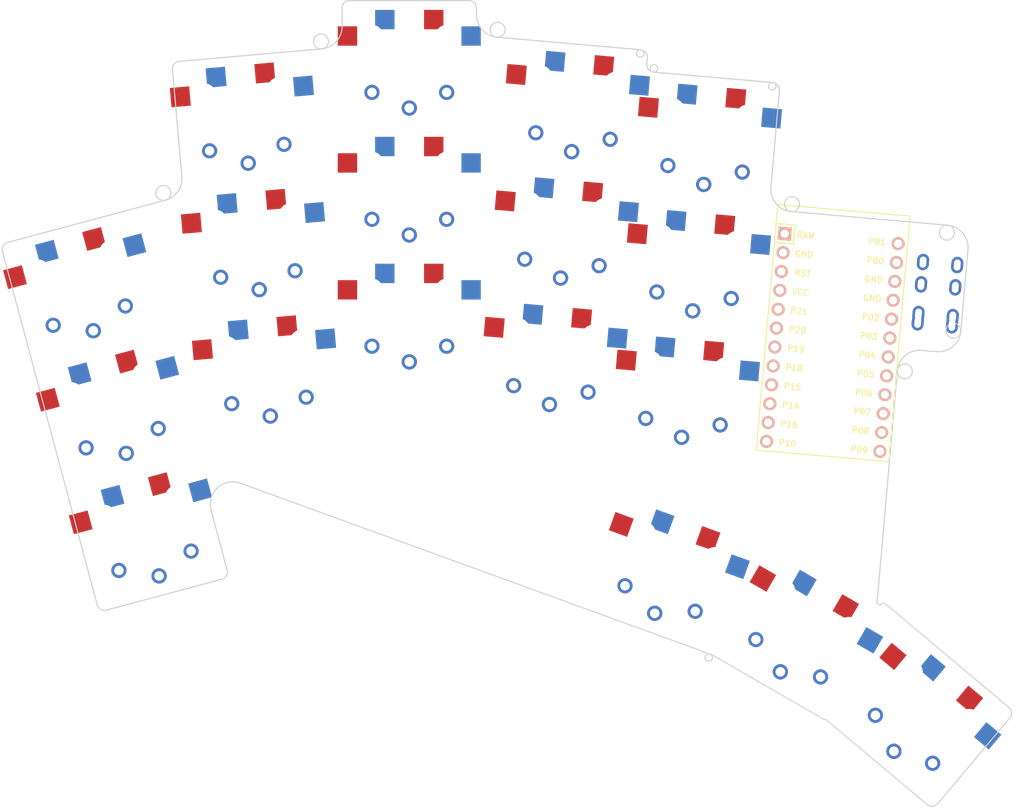
<source format=kicad_pcb>

            
(kicad_pcb (version 20171130) (host pcbnew 5.1.6)

  (page A3)
  (title_block
    (title KEYBOARD_NAME_HERE)
    (rev VERSION_HERE)
    (company YOUR_NAME_HERE)
  )

  (general
    (thickness 1.6)
  )

  (layers
    (0 F.Cu signal)
    (31 B.Cu signal)
    (32 B.Adhes user)
    (33 F.Adhes user)
    (34 B.Paste user)
    (35 F.Paste user)
    (36 B.SilkS user)
    (37 F.SilkS user)
    (38 B.Mask user)
    (39 F.Mask user)
    (40 Dwgs.User user)
    (41 Cmts.User user)
    (42 Eco1.User user)
    (43 Eco2.User user)
    (44 Edge.Cuts user)
    (45 Margin user)
    (46 B.CrtYd user)
    (47 F.CrtYd user)
    (48 B.Fab user)
    (49 F.Fab user)
  )

  (setup
    (last_trace_width 0.25)
    (trace_clearance 0.2)
    (zone_clearance 0.508)
    (zone_45_only no)
    (trace_min 0.2)
    (via_size 0.8)
    (via_drill 0.4)
    (via_min_size 0.4)
    (via_min_drill 0.3)
    (uvia_size 0.3)
    (uvia_drill 0.1)
    (uvias_allowed no)
    (uvia_min_size 0.2)
    (uvia_min_drill 0.1)
    (edge_width 0.05)
    (segment_width 0.2)
    (pcb_text_width 0.3)
    (pcb_text_size 1.5 1.5)
    (mod_edge_width 0.12)
    (mod_text_size 1 1)
    (mod_text_width 0.15)
    (pad_size 1.524 1.524)
    (pad_drill 0.762)
    (pad_to_mask_clearance 0.05)
    (aux_axis_origin 0 0)
    (visible_elements FFFFFF7F)
    (pcbplotparams
      (layerselection 0x010fc_ffffffff)
      (usegerberextensions false)
      (usegerberattributes true)
      (usegerberadvancedattributes true)
      (creategerberjobfile true)
      (excludeedgelayer true)
      (linewidth 0.100000)
      (plotframeref false)
      (viasonmask false)
      (mode 1)
      (useauxorigin false)
      (hpglpennumber 1)
      (hpglpenspeed 20)
      (hpglpendiameter 15.000000)
      (psnegative false)
      (psa4output false)
      (plotreference true)
      (plotvalue true)
      (plotinvisibletext false)
      (padsonsilk false)
      (subtractmaskfromsilk false)
      (outputformat 1)
      (mirror false)
      (drillshape 1)
      (scaleselection 1)
      (outputdirectory ""))
  )

            (net 0 "")
(net 1 "P7")
(net 2 "GND")
(net 3 "P6")
(net 4 "P5")
(net 5 "P4")
(net 6 "P3")
(net 7 "P0")
(net 8 "P1")
(net 9 "P19")
(net 10 "P18")
(net 11 "P15")
(net 12 "P14")
(net 13 "P16")
(net 14 "P10")
(net 15 "P20")
(net 16 "P21")
(net 17 "P8")
(net 18 "P9")
(net 19 "RAW")
(net 20 "RST")
(net 21 "VCC")
(net 22 "P2")
            
  (net_class Default "This is the default net class."
    (clearance 0.2)
    (trace_width 0.25)
    (via_dia 0.8)
    (via_drill 0.4)
    (uvia_dia 0.3)
    (uvia_drill 0.1)
    (add_net "")
(add_net "P7")
(add_net "GND")
(add_net "P6")
(add_net "P5")
(add_net "P4")
(add_net "P3")
(add_net "P0")
(add_net "P1")
(add_net "P19")
(add_net "P18")
(add_net "P15")
(add_net "P14")
(add_net "P16")
(add_net "P10")
(add_net "P20")
(add_net "P21")
(add_net "P8")
(add_net "P9")
(add_net "RAW")
(add_net "RST")
(add_net "VCC")
(add_net "P2")
  )

            
        
      (module PG1350 (layer F.Cu) (tedit 5DD50112)
      (at 13.6000762 0.5792609999999989 15)

      
      (fp_text reference "S1" (at 0 0) (layer F.SilkS) hide (effects (font (size 1.27 1.27) (thickness 0.15))))
      (fp_text value "" (at 0 0) (layer F.SilkS) hide (effects (font (size 1.27 1.27) (thickness 0.15))))

      
      (fp_line (start -7 -6) (end -7 -7) (layer Dwgs.User) (width 0.15))
      (fp_line (start -7 7) (end -6 7) (layer Dwgs.User) (width 0.15))
      (fp_line (start -6 -7) (end -7 -7) (layer Dwgs.User) (width 0.15))
      (fp_line (start -7 7) (end -7 6) (layer Dwgs.User) (width 0.15))
      (fp_line (start 7 6) (end 7 7) (layer Dwgs.User) (width 0.15))
      (fp_line (start 7 -7) (end 6 -7) (layer Dwgs.User) (width 0.15))
      (fp_line (start 6 7) (end 7 7) (layer Dwgs.User) (width 0.15))
      (fp_line (start 7 -7) (end 7 -6) (layer Dwgs.User) (width 0.15))      
      
      
      (pad "" np_thru_hole circle (at 0 0) (size 3.429 3.429) (drill 3.429) (layers *.Cu *.Mask))
        
      
      (pad "" np_thru_hole circle (at 5.5 0) (size 1.7018 1.7018) (drill 1.7018) (layers *.Cu *.Mask))
      (pad "" np_thru_hole circle (at -5.5 0) (size 1.7018 1.7018) (drill 1.7018) (layers *.Cu *.Mask))
      
        
      
      (fp_line (start -9 -8.5) (end 9 -8.5) (layer Dwgs.User) (width 0.15))
      (fp_line (start 9 -8.5) (end 9 8.5) (layer Dwgs.User) (width 0.15))
      (fp_line (start 9 8.5) (end -9 8.5) (layer Dwgs.User) (width 0.15))
      (fp_line (start -9 8.5) (end -9 -8.5) (layer Dwgs.User) (width 0.15))
      
        
          
          (pad "" np_thru_hole circle (at 5 -3.75) (size 3 3) (drill 3) (layers *.Cu *.Mask))
          (pad "" np_thru_hole circle (at 0 -5.95) (size 3 3) (drill 3) (layers *.Cu *.Mask))
      
          
          (pad 1 smd rect (at -3.275 -5.95 15) (size 2.6 2.6) (layers B.Cu B.Paste B.Mask)  (net 1 "P7"))
          (pad 2 smd rect (at 8.275 -3.75 15) (size 2.6 2.6) (layers B.Cu B.Paste B.Mask)  (net 2 "GND"))
        
        
          
          (pad "" np_thru_hole circle (at -5 -3.75) (size 3 3) (drill 3) (layers *.Cu *.Mask))
          (pad "" np_thru_hole circle (at 0 -5.95) (size 3 3) (drill 3) (layers *.Cu *.Mask))
      
          
          (pad 1 smd rect (at 3.275 -5.95 15) (size 2.6 2.6) (layers F.Cu F.Paste F.Mask)  (net 1 "P7"))
          (pad 2 smd rect (at -8.275 -3.75 15) (size 2.6 2.6) (layers F.Cu F.Paste F.Mask)  (net 2 "GND"))
        )
        

        
      (module PG1350 (layer F.Cu) (tedit 5DD50112)
      (at 13.6000762 0.5792609999999989 195)

      
      (fp_text reference "S2" (at 0 0) (layer F.SilkS) hide (effects (font (size 1.27 1.27) (thickness 0.15))))
      (fp_text value "" (at 0 0) (layer F.SilkS) hide (effects (font (size 1.27 1.27) (thickness 0.15))))

      
      (fp_line (start -7 -6) (end -7 -7) (layer Dwgs.User) (width 0.15))
      (fp_line (start -7 7) (end -6 7) (layer Dwgs.User) (width 0.15))
      (fp_line (start -6 -7) (end -7 -7) (layer Dwgs.User) (width 0.15))
      (fp_line (start -7 7) (end -7 6) (layer Dwgs.User) (width 0.15))
      (fp_line (start 7 6) (end 7 7) (layer Dwgs.User) (width 0.15))
      (fp_line (start 7 -7) (end 6 -7) (layer Dwgs.User) (width 0.15))
      (fp_line (start 6 7) (end 7 7) (layer Dwgs.User) (width 0.15))
      (fp_line (start 7 -7) (end 7 -6) (layer Dwgs.User) (width 0.15))      
      
      
      (pad "" np_thru_hole circle (at 0 0) (size 3.429 3.429) (drill 3.429) (layers *.Cu *.Mask))
        
      
      (pad "" np_thru_hole circle (at 5.5 0) (size 1.7018 1.7018) (drill 1.7018) (layers *.Cu *.Mask))
      (pad "" np_thru_hole circle (at -5.5 0) (size 1.7018 1.7018) (drill 1.7018) (layers *.Cu *.Mask))
      
        
      
      (fp_line (start -9 -8.5) (end 9 -8.5) (layer Dwgs.User) (width 0.15))
      (fp_line (start 9 -8.5) (end 9 8.5) (layer Dwgs.User) (width 0.15))
      (fp_line (start 9 8.5) (end -9 8.5) (layer Dwgs.User) (width 0.15))
      (fp_line (start -9 8.5) (end -9 -8.5) (layer Dwgs.User) (width 0.15))
      
        
            
            (pad 1 thru_hole circle (at 5 -3.8) (size 2.032 2.032) (drill 1.27) (layers *.Cu *.Mask) (net 1 "P7"))
            (pad 2 thru_hole circle (at 0 -5.9) (size 2.032 2.032) (drill 1.27) (layers *.Cu *.Mask) (net 2 "GND"))
          
        
            
            (pad 1 thru_hole circle (at -5 -3.8) (size 2.032 2.032) (drill 1.27) (layers *.Cu *.Mask) (net 1 "P7"))
            (pad 2 thru_hole circle (at -0 -5.9) (size 2.032 2.032) (drill 1.27) (layers *.Cu *.Mask) (net 2 "GND"))
          )
        

        
      (module PG1350 (layer F.Cu) (tedit 5DD50112)
      (at 9.2001525 -15.841478100000003 15)

      
      (fp_text reference "S3" (at 0 0) (layer F.SilkS) hide (effects (font (size 1.27 1.27) (thickness 0.15))))
      (fp_text value "" (at 0 0) (layer F.SilkS) hide (effects (font (size 1.27 1.27) (thickness 0.15))))

      
      (fp_line (start -7 -6) (end -7 -7) (layer Dwgs.User) (width 0.15))
      (fp_line (start -7 7) (end -6 7) (layer Dwgs.User) (width 0.15))
      (fp_line (start -6 -7) (end -7 -7) (layer Dwgs.User) (width 0.15))
      (fp_line (start -7 7) (end -7 6) (layer Dwgs.User) (width 0.15))
      (fp_line (start 7 6) (end 7 7) (layer Dwgs.User) (width 0.15))
      (fp_line (start 7 -7) (end 6 -7) (layer Dwgs.User) (width 0.15))
      (fp_line (start 6 7) (end 7 7) (layer Dwgs.User) (width 0.15))
      (fp_line (start 7 -7) (end 7 -6) (layer Dwgs.User) (width 0.15))      
      
      
      (pad "" np_thru_hole circle (at 0 0) (size 3.429 3.429) (drill 3.429) (layers *.Cu *.Mask))
        
      
      (pad "" np_thru_hole circle (at 5.5 0) (size 1.7018 1.7018) (drill 1.7018) (layers *.Cu *.Mask))
      (pad "" np_thru_hole circle (at -5.5 0) (size 1.7018 1.7018) (drill 1.7018) (layers *.Cu *.Mask))
      
        
      
      (fp_line (start -9 -8.5) (end 9 -8.5) (layer Dwgs.User) (width 0.15))
      (fp_line (start 9 -8.5) (end 9 8.5) (layer Dwgs.User) (width 0.15))
      (fp_line (start 9 8.5) (end -9 8.5) (layer Dwgs.User) (width 0.15))
      (fp_line (start -9 8.5) (end -9 -8.5) (layer Dwgs.User) (width 0.15))
      
        
          
          (pad "" np_thru_hole circle (at 5 -3.75) (size 3 3) (drill 3) (layers *.Cu *.Mask))
          (pad "" np_thru_hole circle (at 0 -5.95) (size 3 3) (drill 3) (layers *.Cu *.Mask))
      
          
          (pad 1 smd rect (at -3.275 -5.95 15) (size 2.6 2.6) (layers B.Cu B.Paste B.Mask)  (net 3 "P6"))
          (pad 2 smd rect (at 8.275 -3.75 15) (size 2.6 2.6) (layers B.Cu B.Paste B.Mask)  (net 2 "GND"))
        
        
          
          (pad "" np_thru_hole circle (at -5 -3.75) (size 3 3) (drill 3) (layers *.Cu *.Mask))
          (pad "" np_thru_hole circle (at 0 -5.95) (size 3 3) (drill 3) (layers *.Cu *.Mask))
      
          
          (pad 1 smd rect (at 3.275 -5.95 15) (size 2.6 2.6) (layers F.Cu F.Paste F.Mask)  (net 3 "P6"))
          (pad 2 smd rect (at -8.275 -3.75 15) (size 2.6 2.6) (layers F.Cu F.Paste F.Mask)  (net 2 "GND"))
        )
        

        
      (module PG1350 (layer F.Cu) (tedit 5DD50112)
      (at 9.2001525 -15.841478100000003 195)

      
      (fp_text reference "S4" (at 0 0) (layer F.SilkS) hide (effects (font (size 1.27 1.27) (thickness 0.15))))
      (fp_text value "" (at 0 0) (layer F.SilkS) hide (effects (font (size 1.27 1.27) (thickness 0.15))))

      
      (fp_line (start -7 -6) (end -7 -7) (layer Dwgs.User) (width 0.15))
      (fp_line (start -7 7) (end -6 7) (layer Dwgs.User) (width 0.15))
      (fp_line (start -6 -7) (end -7 -7) (layer Dwgs.User) (width 0.15))
      (fp_line (start -7 7) (end -7 6) (layer Dwgs.User) (width 0.15))
      (fp_line (start 7 6) (end 7 7) (layer Dwgs.User) (width 0.15))
      (fp_line (start 7 -7) (end 6 -7) (layer Dwgs.User) (width 0.15))
      (fp_line (start 6 7) (end 7 7) (layer Dwgs.User) (width 0.15))
      (fp_line (start 7 -7) (end 7 -6) (layer Dwgs.User) (width 0.15))      
      
      
      (pad "" np_thru_hole circle (at 0 0) (size 3.429 3.429) (drill 3.429) (layers *.Cu *.Mask))
        
      
      (pad "" np_thru_hole circle (at 5.5 0) (size 1.7018 1.7018) (drill 1.7018) (layers *.Cu *.Mask))
      (pad "" np_thru_hole circle (at -5.5 0) (size 1.7018 1.7018) (drill 1.7018) (layers *.Cu *.Mask))
      
        
      
      (fp_line (start -9 -8.5) (end 9 -8.5) (layer Dwgs.User) (width 0.15))
      (fp_line (start 9 -8.5) (end 9 8.5) (layer Dwgs.User) (width 0.15))
      (fp_line (start 9 8.5) (end -9 8.5) (layer Dwgs.User) (width 0.15))
      (fp_line (start -9 8.5) (end -9 -8.5) (layer Dwgs.User) (width 0.15))
      
        
            
            (pad 1 thru_hole circle (at 5 -3.8) (size 2.032 2.032) (drill 1.27) (layers *.Cu *.Mask) (net 3 "P6"))
            (pad 2 thru_hole circle (at 0 -5.9) (size 2.032 2.032) (drill 1.27) (layers *.Cu *.Mask) (net 2 "GND"))
          
        
            
            (pad 1 thru_hole circle (at -5 -3.8) (size 2.032 2.032) (drill 1.27) (layers *.Cu *.Mask) (net 3 "P6"))
            (pad 2 thru_hole circle (at -0 -5.9) (size 2.032 2.032) (drill 1.27) (layers *.Cu *.Mask) (net 2 "GND"))
          )
        

        
      (module PG1350 (layer F.Cu) (tedit 5DD50112)
      (at 4.8002287 -32.2622171 15)

      
      (fp_text reference "S5" (at 0 0) (layer F.SilkS) hide (effects (font (size 1.27 1.27) (thickness 0.15))))
      (fp_text value "" (at 0 0) (layer F.SilkS) hide (effects (font (size 1.27 1.27) (thickness 0.15))))

      
      (fp_line (start -7 -6) (end -7 -7) (layer Dwgs.User) (width 0.15))
      (fp_line (start -7 7) (end -6 7) (layer Dwgs.User) (width 0.15))
      (fp_line (start -6 -7) (end -7 -7) (layer Dwgs.User) (width 0.15))
      (fp_line (start -7 7) (end -7 6) (layer Dwgs.User) (width 0.15))
      (fp_line (start 7 6) (end 7 7) (layer Dwgs.User) (width 0.15))
      (fp_line (start 7 -7) (end 6 -7) (layer Dwgs.User) (width 0.15))
      (fp_line (start 6 7) (end 7 7) (layer Dwgs.User) (width 0.15))
      (fp_line (start 7 -7) (end 7 -6) (layer Dwgs.User) (width 0.15))      
      
      
      (pad "" np_thru_hole circle (at 0 0) (size 3.429 3.429) (drill 3.429) (layers *.Cu *.Mask))
        
      
      (pad "" np_thru_hole circle (at 5.5 0) (size 1.7018 1.7018) (drill 1.7018) (layers *.Cu *.Mask))
      (pad "" np_thru_hole circle (at -5.5 0) (size 1.7018 1.7018) (drill 1.7018) (layers *.Cu *.Mask))
      
        
      
      (fp_line (start -9 -8.5) (end 9 -8.5) (layer Dwgs.User) (width 0.15))
      (fp_line (start 9 -8.5) (end 9 8.5) (layer Dwgs.User) (width 0.15))
      (fp_line (start 9 8.5) (end -9 8.5) (layer Dwgs.User) (width 0.15))
      (fp_line (start -9 8.5) (end -9 -8.5) (layer Dwgs.User) (width 0.15))
      
        
          
          (pad "" np_thru_hole circle (at 5 -3.75) (size 3 3) (drill 3) (layers *.Cu *.Mask))
          (pad "" np_thru_hole circle (at 0 -5.95) (size 3 3) (drill 3) (layers *.Cu *.Mask))
      
          
          (pad 1 smd rect (at -3.275 -5.95 15) (size 2.6 2.6) (layers B.Cu B.Paste B.Mask)  (net 4 "P5"))
          (pad 2 smd rect (at 8.275 -3.75 15) (size 2.6 2.6) (layers B.Cu B.Paste B.Mask)  (net 2 "GND"))
        
        
          
          (pad "" np_thru_hole circle (at -5 -3.75) (size 3 3) (drill 3) (layers *.Cu *.Mask))
          (pad "" np_thru_hole circle (at 0 -5.95) (size 3 3) (drill 3) (layers *.Cu *.Mask))
      
          
          (pad 1 smd rect (at 3.275 -5.95 15) (size 2.6 2.6) (layers F.Cu F.Paste F.Mask)  (net 4 "P5"))
          (pad 2 smd rect (at -8.275 -3.75 15) (size 2.6 2.6) (layers F.Cu F.Paste F.Mask)  (net 2 "GND"))
        )
        

        
      (module PG1350 (layer F.Cu) (tedit 5DD50112)
      (at 4.8002287 -32.2622171 195)

      
      (fp_text reference "S6" (at 0 0) (layer F.SilkS) hide (effects (font (size 1.27 1.27) (thickness 0.15))))
      (fp_text value "" (at 0 0) (layer F.SilkS) hide (effects (font (size 1.27 1.27) (thickness 0.15))))

      
      (fp_line (start -7 -6) (end -7 -7) (layer Dwgs.User) (width 0.15))
      (fp_line (start -7 7) (end -6 7) (layer Dwgs.User) (width 0.15))
      (fp_line (start -6 -7) (end -7 -7) (layer Dwgs.User) (width 0.15))
      (fp_line (start -7 7) (end -7 6) (layer Dwgs.User) (width 0.15))
      (fp_line (start 7 6) (end 7 7) (layer Dwgs.User) (width 0.15))
      (fp_line (start 7 -7) (end 6 -7) (layer Dwgs.User) (width 0.15))
      (fp_line (start 6 7) (end 7 7) (layer Dwgs.User) (width 0.15))
      (fp_line (start 7 -7) (end 7 -6) (layer Dwgs.User) (width 0.15))      
      
      
      (pad "" np_thru_hole circle (at 0 0) (size 3.429 3.429) (drill 3.429) (layers *.Cu *.Mask))
        
      
      (pad "" np_thru_hole circle (at 5.5 0) (size 1.7018 1.7018) (drill 1.7018) (layers *.Cu *.Mask))
      (pad "" np_thru_hole circle (at -5.5 0) (size 1.7018 1.7018) (drill 1.7018) (layers *.Cu *.Mask))
      
        
      
      (fp_line (start -9 -8.5) (end 9 -8.5) (layer Dwgs.User) (width 0.15))
      (fp_line (start 9 -8.5) (end 9 8.5) (layer Dwgs.User) (width 0.15))
      (fp_line (start 9 8.5) (end -9 8.5) (layer Dwgs.User) (width 0.15))
      (fp_line (start -9 8.5) (end -9 -8.5) (layer Dwgs.User) (width 0.15))
      
        
            
            (pad 1 thru_hole circle (at 5 -3.8) (size 2.032 2.032) (drill 1.27) (layers *.Cu *.Mask) (net 4 "P5"))
            (pad 2 thru_hole circle (at 0 -5.9) (size 2.032 2.032) (drill 1.27) (layers *.Cu *.Mask) (net 2 "GND"))
          
        
            
            (pad 1 thru_hole circle (at -5 -3.8) (size 2.032 2.032) (drill 1.27) (layers *.Cu *.Mask) (net 4 "P5"))
            (pad 2 thru_hole circle (at -0 -5.9) (size 2.032 2.032) (drill 1.27) (layers *.Cu *.Mask) (net 2 "GND"))
          )
        

        
      (module PG1350 (layer F.Cu) (tedit 5DD50112)
      (at 29.5050934 -21.0147917 5)

      
      (fp_text reference "S7" (at 0 0) (layer F.SilkS) hide (effects (font (size 1.27 1.27) (thickness 0.15))))
      (fp_text value "" (at 0 0) (layer F.SilkS) hide (effects (font (size 1.27 1.27) (thickness 0.15))))

      
      (fp_line (start -7 -6) (end -7 -7) (layer Dwgs.User) (width 0.15))
      (fp_line (start -7 7) (end -6 7) (layer Dwgs.User) (width 0.15))
      (fp_line (start -6 -7) (end -7 -7) (layer Dwgs.User) (width 0.15))
      (fp_line (start -7 7) (end -7 6) (layer Dwgs.User) (width 0.15))
      (fp_line (start 7 6) (end 7 7) (layer Dwgs.User) (width 0.15))
      (fp_line (start 7 -7) (end 6 -7) (layer Dwgs.User) (width 0.15))
      (fp_line (start 6 7) (end 7 7) (layer Dwgs.User) (width 0.15))
      (fp_line (start 7 -7) (end 7 -6) (layer Dwgs.User) (width 0.15))      
      
      
      (pad "" np_thru_hole circle (at 0 0) (size 3.429 3.429) (drill 3.429) (layers *.Cu *.Mask))
        
      
      (pad "" np_thru_hole circle (at 5.5 0) (size 1.7018 1.7018) (drill 1.7018) (layers *.Cu *.Mask))
      (pad "" np_thru_hole circle (at -5.5 0) (size 1.7018 1.7018) (drill 1.7018) (layers *.Cu *.Mask))
      
        
      
      (fp_line (start -9 -8.5) (end 9 -8.5) (layer Dwgs.User) (width 0.15))
      (fp_line (start 9 -8.5) (end 9 8.5) (layer Dwgs.User) (width 0.15))
      (fp_line (start 9 8.5) (end -9 8.5) (layer Dwgs.User) (width 0.15))
      (fp_line (start -9 8.5) (end -9 -8.5) (layer Dwgs.User) (width 0.15))
      
        
          
          (pad "" np_thru_hole circle (at 5 -3.75) (size 3 3) (drill 3) (layers *.Cu *.Mask))
          (pad "" np_thru_hole circle (at 0 -5.95) (size 3 3) (drill 3) (layers *.Cu *.Mask))
      
          
          (pad 1 smd rect (at -3.275 -5.95 5) (size 2.6 2.6) (layers B.Cu B.Paste B.Mask)  (net 5 "P4"))
          (pad 2 smd rect (at 8.275 -3.75 5) (size 2.6 2.6) (layers B.Cu B.Paste B.Mask)  (net 2 "GND"))
        
        
          
          (pad "" np_thru_hole circle (at -5 -3.75) (size 3 3) (drill 3) (layers *.Cu *.Mask))
          (pad "" np_thru_hole circle (at 0 -5.95) (size 3 3) (drill 3) (layers *.Cu *.Mask))
      
          
          (pad 1 smd rect (at 3.275 -5.95 5) (size 2.6 2.6) (layers F.Cu F.Paste F.Mask)  (net 5 "P4"))
          (pad 2 smd rect (at -8.275 -3.75 5) (size 2.6 2.6) (layers F.Cu F.Paste F.Mask)  (net 2 "GND"))
        )
        

        
      (module PG1350 (layer F.Cu) (tedit 5DD50112)
      (at 29.5050934 -21.0147917 185)

      
      (fp_text reference "S8" (at 0 0) (layer F.SilkS) hide (effects (font (size 1.27 1.27) (thickness 0.15))))
      (fp_text value "" (at 0 0) (layer F.SilkS) hide (effects (font (size 1.27 1.27) (thickness 0.15))))

      
      (fp_line (start -7 -6) (end -7 -7) (layer Dwgs.User) (width 0.15))
      (fp_line (start -7 7) (end -6 7) (layer Dwgs.User) (width 0.15))
      (fp_line (start -6 -7) (end -7 -7) (layer Dwgs.User) (width 0.15))
      (fp_line (start -7 7) (end -7 6) (layer Dwgs.User) (width 0.15))
      (fp_line (start 7 6) (end 7 7) (layer Dwgs.User) (width 0.15))
      (fp_line (start 7 -7) (end 6 -7) (layer Dwgs.User) (width 0.15))
      (fp_line (start 6 7) (end 7 7) (layer Dwgs.User) (width 0.15))
      (fp_line (start 7 -7) (end 7 -6) (layer Dwgs.User) (width 0.15))      
      
      
      (pad "" np_thru_hole circle (at 0 0) (size 3.429 3.429) (drill 3.429) (layers *.Cu *.Mask))
        
      
      (pad "" np_thru_hole circle (at 5.5 0) (size 1.7018 1.7018) (drill 1.7018) (layers *.Cu *.Mask))
      (pad "" np_thru_hole circle (at -5.5 0) (size 1.7018 1.7018) (drill 1.7018) (layers *.Cu *.Mask))
      
        
      
      (fp_line (start -9 -8.5) (end 9 -8.5) (layer Dwgs.User) (width 0.15))
      (fp_line (start 9 -8.5) (end 9 8.5) (layer Dwgs.User) (width 0.15))
      (fp_line (start 9 8.5) (end -9 8.5) (layer Dwgs.User) (width 0.15))
      (fp_line (start -9 8.5) (end -9 -8.5) (layer Dwgs.User) (width 0.15))
      
        
            
            (pad 1 thru_hole circle (at 5 -3.8) (size 2.032 2.032) (drill 1.27) (layers *.Cu *.Mask) (net 5 "P4"))
            (pad 2 thru_hole circle (at 0 -5.9) (size 2.032 2.032) (drill 1.27) (layers *.Cu *.Mask) (net 2 "GND"))
          
        
            
            (pad 1 thru_hole circle (at -5 -3.8) (size 2.032 2.032) (drill 1.27) (layers *.Cu *.Mask) (net 5 "P4"))
            (pad 2 thru_hole circle (at -0 -5.9) (size 2.032 2.032) (drill 1.27) (layers *.Cu *.Mask) (net 2 "GND"))
          )
        

        
      (module PG1350 (layer F.Cu) (tedit 5DD50112)
      (at 28.0234459 -37.950101599999996 5)

      
      (fp_text reference "S9" (at 0 0) (layer F.SilkS) hide (effects (font (size 1.27 1.27) (thickness 0.15))))
      (fp_text value "" (at 0 0) (layer F.SilkS) hide (effects (font (size 1.27 1.27) (thickness 0.15))))

      
      (fp_line (start -7 -6) (end -7 -7) (layer Dwgs.User) (width 0.15))
      (fp_line (start -7 7) (end -6 7) (layer Dwgs.User) (width 0.15))
      (fp_line (start -6 -7) (end -7 -7) (layer Dwgs.User) (width 0.15))
      (fp_line (start -7 7) (end -7 6) (layer Dwgs.User) (width 0.15))
      (fp_line (start 7 6) (end 7 7) (layer Dwgs.User) (width 0.15))
      (fp_line (start 7 -7) (end 6 -7) (layer Dwgs.User) (width 0.15))
      (fp_line (start 6 7) (end 7 7) (layer Dwgs.User) (width 0.15))
      (fp_line (start 7 -7) (end 7 -6) (layer Dwgs.User) (width 0.15))      
      
      
      (pad "" np_thru_hole circle (at 0 0) (size 3.429 3.429) (drill 3.429) (layers *.Cu *.Mask))
        
      
      (pad "" np_thru_hole circle (at 5.5 0) (size 1.7018 1.7018) (drill 1.7018) (layers *.Cu *.Mask))
      (pad "" np_thru_hole circle (at -5.5 0) (size 1.7018 1.7018) (drill 1.7018) (layers *.Cu *.Mask))
      
        
      
      (fp_line (start -9 -8.5) (end 9 -8.5) (layer Dwgs.User) (width 0.15))
      (fp_line (start 9 -8.5) (end 9 8.5) (layer Dwgs.User) (width 0.15))
      (fp_line (start 9 8.5) (end -9 8.5) (layer Dwgs.User) (width 0.15))
      (fp_line (start -9 8.5) (end -9 -8.5) (layer Dwgs.User) (width 0.15))
      
        
          
          (pad "" np_thru_hole circle (at 5 -3.75) (size 3 3) (drill 3) (layers *.Cu *.Mask))
          (pad "" np_thru_hole circle (at 0 -5.95) (size 3 3) (drill 3) (layers *.Cu *.Mask))
      
          
          (pad 1 smd rect (at -3.275 -5.95 5) (size 2.6 2.6) (layers B.Cu B.Paste B.Mask)  (net 6 "P3"))
          (pad 2 smd rect (at 8.275 -3.75 5) (size 2.6 2.6) (layers B.Cu B.Paste B.Mask)  (net 2 "GND"))
        
        
          
          (pad "" np_thru_hole circle (at -5 -3.75) (size 3 3) (drill 3) (layers *.Cu *.Mask))
          (pad "" np_thru_hole circle (at 0 -5.95) (size 3 3) (drill 3) (layers *.Cu *.Mask))
      
          
          (pad 1 smd rect (at 3.275 -5.95 5) (size 2.6 2.6) (layers F.Cu F.Paste F.Mask)  (net 6 "P3"))
          (pad 2 smd rect (at -8.275 -3.75 5) (size 2.6 2.6) (layers F.Cu F.Paste F.Mask)  (net 2 "GND"))
        )
        

        
      (module PG1350 (layer F.Cu) (tedit 5DD50112)
      (at 28.0234459 -37.950101599999996 185)

      
      (fp_text reference "S10" (at 0 0) (layer F.SilkS) hide (effects (font (size 1.27 1.27) (thickness 0.15))))
      (fp_text value "" (at 0 0) (layer F.SilkS) hide (effects (font (size 1.27 1.27) (thickness 0.15))))

      
      (fp_line (start -7 -6) (end -7 -7) (layer Dwgs.User) (width 0.15))
      (fp_line (start -7 7) (end -6 7) (layer Dwgs.User) (width 0.15))
      (fp_line (start -6 -7) (end -7 -7) (layer Dwgs.User) (width 0.15))
      (fp_line (start -7 7) (end -7 6) (layer Dwgs.User) (width 0.15))
      (fp_line (start 7 6) (end 7 7) (layer Dwgs.User) (width 0.15))
      (fp_line (start 7 -7) (end 6 -7) (layer Dwgs.User) (width 0.15))
      (fp_line (start 6 7) (end 7 7) (layer Dwgs.User) (width 0.15))
      (fp_line (start 7 -7) (end 7 -6) (layer Dwgs.User) (width 0.15))      
      
      
      (pad "" np_thru_hole circle (at 0 0) (size 3.429 3.429) (drill 3.429) (layers *.Cu *.Mask))
        
      
      (pad "" np_thru_hole circle (at 5.5 0) (size 1.7018 1.7018) (drill 1.7018) (layers *.Cu *.Mask))
      (pad "" np_thru_hole circle (at -5.5 0) (size 1.7018 1.7018) (drill 1.7018) (layers *.Cu *.Mask))
      
        
      
      (fp_line (start -9 -8.5) (end 9 -8.5) (layer Dwgs.User) (width 0.15))
      (fp_line (start 9 -8.5) (end 9 8.5) (layer Dwgs.User) (width 0.15))
      (fp_line (start 9 8.5) (end -9 8.5) (layer Dwgs.User) (width 0.15))
      (fp_line (start -9 8.5) (end -9 -8.5) (layer Dwgs.User) (width 0.15))
      
        
            
            (pad 1 thru_hole circle (at 5 -3.8) (size 2.032 2.032) (drill 1.27) (layers *.Cu *.Mask) (net 6 "P3"))
            (pad 2 thru_hole circle (at 0 -5.9) (size 2.032 2.032) (drill 1.27) (layers *.Cu *.Mask) (net 2 "GND"))
          
        
            
            (pad 1 thru_hole circle (at -5 -3.8) (size 2.032 2.032) (drill 1.27) (layers *.Cu *.Mask) (net 6 "P3"))
            (pad 2 thru_hole circle (at -0 -5.9) (size 2.032 2.032) (drill 1.27) (layers *.Cu *.Mask) (net 2 "GND"))
          )
        

        
      (module PG1350 (layer F.Cu) (tedit 5DD50112)
      (at 26.5417982 -54.885411500000004 5)

      
      (fp_text reference "S11" (at 0 0) (layer F.SilkS) hide (effects (font (size 1.27 1.27) (thickness 0.15))))
      (fp_text value "" (at 0 0) (layer F.SilkS) hide (effects (font (size 1.27 1.27) (thickness 0.15))))

      
      (fp_line (start -7 -6) (end -7 -7) (layer Dwgs.User) (width 0.15))
      (fp_line (start -7 7) (end -6 7) (layer Dwgs.User) (width 0.15))
      (fp_line (start -6 -7) (end -7 -7) (layer Dwgs.User) (width 0.15))
      (fp_line (start -7 7) (end -7 6) (layer Dwgs.User) (width 0.15))
      (fp_line (start 7 6) (end 7 7) (layer Dwgs.User) (width 0.15))
      (fp_line (start 7 -7) (end 6 -7) (layer Dwgs.User) (width 0.15))
      (fp_line (start 6 7) (end 7 7) (layer Dwgs.User) (width 0.15))
      (fp_line (start 7 -7) (end 7 -6) (layer Dwgs.User) (width 0.15))      
      
      
      (pad "" np_thru_hole circle (at 0 0) (size 3.429 3.429) (drill 3.429) (layers *.Cu *.Mask))
        
      
      (pad "" np_thru_hole circle (at 5.5 0) (size 1.7018 1.7018) (drill 1.7018) (layers *.Cu *.Mask))
      (pad "" np_thru_hole circle (at -5.5 0) (size 1.7018 1.7018) (drill 1.7018) (layers *.Cu *.Mask))
      
        
      
      (fp_line (start -9 -8.5) (end 9 -8.5) (layer Dwgs.User) (width 0.15))
      (fp_line (start 9 -8.5) (end 9 8.5) (layer Dwgs.User) (width 0.15))
      (fp_line (start 9 8.5) (end -9 8.5) (layer Dwgs.User) (width 0.15))
      (fp_line (start -9 8.5) (end -9 -8.5) (layer Dwgs.User) (width 0.15))
      
        
          
          (pad "" np_thru_hole circle (at 5 -3.75) (size 3 3) (drill 3) (layers *.Cu *.Mask))
          (pad "" np_thru_hole circle (at 0 -5.95) (size 3 3) (drill 3) (layers *.Cu *.Mask))
      
          
          (pad 1 smd rect (at -3.275 -5.95 5) (size 2.6 2.6) (layers B.Cu B.Paste B.Mask)  (net 7 "P0"))
          (pad 2 smd rect (at 8.275 -3.75 5) (size 2.6 2.6) (layers B.Cu B.Paste B.Mask)  (net 2 "GND"))
        
        
          
          (pad "" np_thru_hole circle (at -5 -3.75) (size 3 3) (drill 3) (layers *.Cu *.Mask))
          (pad "" np_thru_hole circle (at 0 -5.95) (size 3 3) (drill 3) (layers *.Cu *.Mask))
      
          
          (pad 1 smd rect (at 3.275 -5.95 5) (size 2.6 2.6) (layers F.Cu F.Paste F.Mask)  (net 7 "P0"))
          (pad 2 smd rect (at -8.275 -3.75 5) (size 2.6 2.6) (layers F.Cu F.Paste F.Mask)  (net 2 "GND"))
        )
        

        
      (module PG1350 (layer F.Cu) (tedit 5DD50112)
      (at 26.5417982 -54.885411500000004 185)

      
      (fp_text reference "S12" (at 0 0) (layer F.SilkS) hide (effects (font (size 1.27 1.27) (thickness 0.15))))
      (fp_text value "" (at 0 0) (layer F.SilkS) hide (effects (font (size 1.27 1.27) (thickness 0.15))))

      
      (fp_line (start -7 -6) (end -7 -7) (layer Dwgs.User) (width 0.15))
      (fp_line (start -7 7) (end -6 7) (layer Dwgs.User) (width 0.15))
      (fp_line (start -6 -7) (end -7 -7) (layer Dwgs.User) (width 0.15))
      (fp_line (start -7 7) (end -7 6) (layer Dwgs.User) (width 0.15))
      (fp_line (start 7 6) (end 7 7) (layer Dwgs.User) (width 0.15))
      (fp_line (start 7 -7) (end 6 -7) (layer Dwgs.User) (width 0.15))
      (fp_line (start 6 7) (end 7 7) (layer Dwgs.User) (width 0.15))
      (fp_line (start 7 -7) (end 7 -6) (layer Dwgs.User) (width 0.15))      
      
      
      (pad "" np_thru_hole circle (at 0 0) (size 3.429 3.429) (drill 3.429) (layers *.Cu *.Mask))
        
      
      (pad "" np_thru_hole circle (at 5.5 0) (size 1.7018 1.7018) (drill 1.7018) (layers *.Cu *.Mask))
      (pad "" np_thru_hole circle (at -5.5 0) (size 1.7018 1.7018) (drill 1.7018) (layers *.Cu *.Mask))
      
        
      
      (fp_line (start -9 -8.5) (end 9 -8.5) (layer Dwgs.User) (width 0.15))
      (fp_line (start 9 -8.5) (end 9 8.5) (layer Dwgs.User) (width 0.15))
      (fp_line (start 9 8.5) (end -9 8.5) (layer Dwgs.User) (width 0.15))
      (fp_line (start -9 8.5) (end -9 -8.5) (layer Dwgs.User) (width 0.15))
      
        
            
            (pad 1 thru_hole circle (at 5 -3.8) (size 2.032 2.032) (drill 1.27) (layers *.Cu *.Mask) (net 7 "P0"))
            (pad 2 thru_hole circle (at 0 -5.9) (size 2.032 2.032) (drill 1.27) (layers *.Cu *.Mask) (net 2 "GND"))
          
        
            
            (pad 1 thru_hole circle (at -5 -3.8) (size 2.032 2.032) (drill 1.27) (layers *.Cu *.Mask) (net 7 "P0"))
            (pad 2 thru_hole circle (at -0 -5.9) (size 2.032 2.032) (drill 1.27) (layers *.Cu *.Mask) (net 2 "GND"))
          )
        

        
      (module PG1350 (layer F.Cu) (tedit 5DD50112)
      (at 48.624363 -28.2933885 0)

      
      (fp_text reference "S13" (at 0 0) (layer F.SilkS) hide (effects (font (size 1.27 1.27) (thickness 0.15))))
      (fp_text value "" (at 0 0) (layer F.SilkS) hide (effects (font (size 1.27 1.27) (thickness 0.15))))

      
      (fp_line (start -7 -6) (end -7 -7) (layer Dwgs.User) (width 0.15))
      (fp_line (start -7 7) (end -6 7) (layer Dwgs.User) (width 0.15))
      (fp_line (start -6 -7) (end -7 -7) (layer Dwgs.User) (width 0.15))
      (fp_line (start -7 7) (end -7 6) (layer Dwgs.User) (width 0.15))
      (fp_line (start 7 6) (end 7 7) (layer Dwgs.User) (width 0.15))
      (fp_line (start 7 -7) (end 6 -7) (layer Dwgs.User) (width 0.15))
      (fp_line (start 6 7) (end 7 7) (layer Dwgs.User) (width 0.15))
      (fp_line (start 7 -7) (end 7 -6) (layer Dwgs.User) (width 0.15))      
      
      
      (pad "" np_thru_hole circle (at 0 0) (size 3.429 3.429) (drill 3.429) (layers *.Cu *.Mask))
        
      
      (pad "" np_thru_hole circle (at 5.5 0) (size 1.7018 1.7018) (drill 1.7018) (layers *.Cu *.Mask))
      (pad "" np_thru_hole circle (at -5.5 0) (size 1.7018 1.7018) (drill 1.7018) (layers *.Cu *.Mask))
      
        
      
      (fp_line (start -9 -8.5) (end 9 -8.5) (layer Dwgs.User) (width 0.15))
      (fp_line (start 9 -8.5) (end 9 8.5) (layer Dwgs.User) (width 0.15))
      (fp_line (start 9 8.5) (end -9 8.5) (layer Dwgs.User) (width 0.15))
      (fp_line (start -9 8.5) (end -9 -8.5) (layer Dwgs.User) (width 0.15))
      
        
          
          (pad "" np_thru_hole circle (at 5 -3.75) (size 3 3) (drill 3) (layers *.Cu *.Mask))
          (pad "" np_thru_hole circle (at 0 -5.95) (size 3 3) (drill 3) (layers *.Cu *.Mask))
      
          
          (pad 1 smd rect (at -3.275 -5.95 0) (size 2.6 2.6) (layers B.Cu B.Paste B.Mask)  (net 8 "P1"))
          (pad 2 smd rect (at 8.275 -3.75 0) (size 2.6 2.6) (layers B.Cu B.Paste B.Mask)  (net 2 "GND"))
        
        
          
          (pad "" np_thru_hole circle (at -5 -3.75) (size 3 3) (drill 3) (layers *.Cu *.Mask))
          (pad "" np_thru_hole circle (at 0 -5.95) (size 3 3) (drill 3) (layers *.Cu *.Mask))
      
          
          (pad 1 smd rect (at 3.275 -5.95 0) (size 2.6 2.6) (layers F.Cu F.Paste F.Mask)  (net 8 "P1"))
          (pad 2 smd rect (at -8.275 -3.75 0) (size 2.6 2.6) (layers F.Cu F.Paste F.Mask)  (net 2 "GND"))
        )
        

        
      (module PG1350 (layer F.Cu) (tedit 5DD50112)
      (at 48.624363 -28.2933885 180)

      
      (fp_text reference "S14" (at 0 0) (layer F.SilkS) hide (effects (font (size 1.27 1.27) (thickness 0.15))))
      (fp_text value "" (at 0 0) (layer F.SilkS) hide (effects (font (size 1.27 1.27) (thickness 0.15))))

      
      (fp_line (start -7 -6) (end -7 -7) (layer Dwgs.User) (width 0.15))
      (fp_line (start -7 7) (end -6 7) (layer Dwgs.User) (width 0.15))
      (fp_line (start -6 -7) (end -7 -7) (layer Dwgs.User) (width 0.15))
      (fp_line (start -7 7) (end -7 6) (layer Dwgs.User) (width 0.15))
      (fp_line (start 7 6) (end 7 7) (layer Dwgs.User) (width 0.15))
      (fp_line (start 7 -7) (end 6 -7) (layer Dwgs.User) (width 0.15))
      (fp_line (start 6 7) (end 7 7) (layer Dwgs.User) (width 0.15))
      (fp_line (start 7 -7) (end 7 -6) (layer Dwgs.User) (width 0.15))      
      
      
      (pad "" np_thru_hole circle (at 0 0) (size 3.429 3.429) (drill 3.429) (layers *.Cu *.Mask))
        
      
      (pad "" np_thru_hole circle (at 5.5 0) (size 1.7018 1.7018) (drill 1.7018) (layers *.Cu *.Mask))
      (pad "" np_thru_hole circle (at -5.5 0) (size 1.7018 1.7018) (drill 1.7018) (layers *.Cu *.Mask))
      
        
      
      (fp_line (start -9 -8.5) (end 9 -8.5) (layer Dwgs.User) (width 0.15))
      (fp_line (start 9 -8.5) (end 9 8.5) (layer Dwgs.User) (width 0.15))
      (fp_line (start 9 8.5) (end -9 8.5) (layer Dwgs.User) (width 0.15))
      (fp_line (start -9 8.5) (end -9 -8.5) (layer Dwgs.User) (width 0.15))
      
        
            
            (pad 1 thru_hole circle (at 5 -3.8) (size 2.032 2.032) (drill 1.27) (layers *.Cu *.Mask) (net 8 "P1"))
            (pad 2 thru_hole circle (at 0 -5.9) (size 2.032 2.032) (drill 1.27) (layers *.Cu *.Mask) (net 2 "GND"))
          
        
            
            (pad 1 thru_hole circle (at -5 -3.8) (size 2.032 2.032) (drill 1.27) (layers *.Cu *.Mask) (net 8 "P1"))
            (pad 2 thru_hole circle (at -0 -5.9) (size 2.032 2.032) (drill 1.27) (layers *.Cu *.Mask) (net 2 "GND"))
          )
        

        
      (module PG1350 (layer F.Cu) (tedit 5DD50112)
      (at 48.624363200000005 -45.2933886 0)

      
      (fp_text reference "S15" (at 0 0) (layer F.SilkS) hide (effects (font (size 1.27 1.27) (thickness 0.15))))
      (fp_text value "" (at 0 0) (layer F.SilkS) hide (effects (font (size 1.27 1.27) (thickness 0.15))))

      
      (fp_line (start -7 -6) (end -7 -7) (layer Dwgs.User) (width 0.15))
      (fp_line (start -7 7) (end -6 7) (layer Dwgs.User) (width 0.15))
      (fp_line (start -6 -7) (end -7 -7) (layer Dwgs.User) (width 0.15))
      (fp_line (start -7 7) (end -7 6) (layer Dwgs.User) (width 0.15))
      (fp_line (start 7 6) (end 7 7) (layer Dwgs.User) (width 0.15))
      (fp_line (start 7 -7) (end 6 -7) (layer Dwgs.User) (width 0.15))
      (fp_line (start 6 7) (end 7 7) (layer Dwgs.User) (width 0.15))
      (fp_line (start 7 -7) (end 7 -6) (layer Dwgs.User) (width 0.15))      
      
      
      (pad "" np_thru_hole circle (at 0 0) (size 3.429 3.429) (drill 3.429) (layers *.Cu *.Mask))
        
      
      (pad "" np_thru_hole circle (at 5.5 0) (size 1.7018 1.7018) (drill 1.7018) (layers *.Cu *.Mask))
      (pad "" np_thru_hole circle (at -5.5 0) (size 1.7018 1.7018) (drill 1.7018) (layers *.Cu *.Mask))
      
        
      
      (fp_line (start -9 -8.5) (end 9 -8.5) (layer Dwgs.User) (width 0.15))
      (fp_line (start 9 -8.5) (end 9 8.5) (layer Dwgs.User) (width 0.15))
      (fp_line (start 9 8.5) (end -9 8.5) (layer Dwgs.User) (width 0.15))
      (fp_line (start -9 8.5) (end -9 -8.5) (layer Dwgs.User) (width 0.15))
      
        
          
          (pad "" np_thru_hole circle (at 5 -3.75) (size 3 3) (drill 3) (layers *.Cu *.Mask))
          (pad "" np_thru_hole circle (at 0 -5.95) (size 3 3) (drill 3) (layers *.Cu *.Mask))
      
          
          (pad 1 smd rect (at -3.275 -5.95 0) (size 2.6 2.6) (layers B.Cu B.Paste B.Mask)  (net 9 "P19"))
          (pad 2 smd rect (at 8.275 -3.75 0) (size 2.6 2.6) (layers B.Cu B.Paste B.Mask)  (net 2 "GND"))
        
        
          
          (pad "" np_thru_hole circle (at -5 -3.75) (size 3 3) (drill 3) (layers *.Cu *.Mask))
          (pad "" np_thru_hole circle (at 0 -5.95) (size 3 3) (drill 3) (layers *.Cu *.Mask))
      
          
          (pad 1 smd rect (at 3.275 -5.95 0) (size 2.6 2.6) (layers F.Cu F.Paste F.Mask)  (net 9 "P19"))
          (pad 2 smd rect (at -8.275 -3.75 0) (size 2.6 2.6) (layers F.Cu F.Paste F.Mask)  (net 2 "GND"))
        )
        

        
      (module PG1350 (layer F.Cu) (tedit 5DD50112)
      (at 48.624363200000005 -45.2933886 180)

      
      (fp_text reference "S16" (at 0 0) (layer F.SilkS) hide (effects (font (size 1.27 1.27) (thickness 0.15))))
      (fp_text value "" (at 0 0) (layer F.SilkS) hide (effects (font (size 1.27 1.27) (thickness 0.15))))

      
      (fp_line (start -7 -6) (end -7 -7) (layer Dwgs.User) (width 0.15))
      (fp_line (start -7 7) (end -6 7) (layer Dwgs.User) (width 0.15))
      (fp_line (start -6 -7) (end -7 -7) (layer Dwgs.User) (width 0.15))
      (fp_line (start -7 7) (end -7 6) (layer Dwgs.User) (width 0.15))
      (fp_line (start 7 6) (end 7 7) (layer Dwgs.User) (width 0.15))
      (fp_line (start 7 -7) (end 6 -7) (layer Dwgs.User) (width 0.15))
      (fp_line (start 6 7) (end 7 7) (layer Dwgs.User) (width 0.15))
      (fp_line (start 7 -7) (end 7 -6) (layer Dwgs.User) (width 0.15))      
      
      
      (pad "" np_thru_hole circle (at 0 0) (size 3.429 3.429) (drill 3.429) (layers *.Cu *.Mask))
        
      
      (pad "" np_thru_hole circle (at 5.5 0) (size 1.7018 1.7018) (drill 1.7018) (layers *.Cu *.Mask))
      (pad "" np_thru_hole circle (at -5.5 0) (size 1.7018 1.7018) (drill 1.7018) (layers *.Cu *.Mask))
      
        
      
      (fp_line (start -9 -8.5) (end 9 -8.5) (layer Dwgs.User) (width 0.15))
      (fp_line (start 9 -8.5) (end 9 8.5) (layer Dwgs.User) (width 0.15))
      (fp_line (start 9 8.5) (end -9 8.5) (layer Dwgs.User) (width 0.15))
      (fp_line (start -9 8.5) (end -9 -8.5) (layer Dwgs.User) (width 0.15))
      
        
            
            (pad 1 thru_hole circle (at 5 -3.8) (size 2.032 2.032) (drill 1.27) (layers *.Cu *.Mask) (net 9 "P19"))
            (pad 2 thru_hole circle (at 0 -5.9) (size 2.032 2.032) (drill 1.27) (layers *.Cu *.Mask) (net 2 "GND"))
          
        
            
            (pad 1 thru_hole circle (at -5 -3.8) (size 2.032 2.032) (drill 1.27) (layers *.Cu *.Mask) (net 9 "P19"))
            (pad 2 thru_hole circle (at -0 -5.9) (size 2.032 2.032) (drill 1.27) (layers *.Cu *.Mask) (net 2 "GND"))
          )
        

        
      (module PG1350 (layer F.Cu) (tedit 5DD50112)
      (at 48.624363100000004 -62.2933885 0)

      
      (fp_text reference "S17" (at 0 0) (layer F.SilkS) hide (effects (font (size 1.27 1.27) (thickness 0.15))))
      (fp_text value "" (at 0 0) (layer F.SilkS) hide (effects (font (size 1.27 1.27) (thickness 0.15))))

      
      (fp_line (start -7 -6) (end -7 -7) (layer Dwgs.User) (width 0.15))
      (fp_line (start -7 7) (end -6 7) (layer Dwgs.User) (width 0.15))
      (fp_line (start -6 -7) (end -7 -7) (layer Dwgs.User) (width 0.15))
      (fp_line (start -7 7) (end -7 6) (layer Dwgs.User) (width 0.15))
      (fp_line (start 7 6) (end 7 7) (layer Dwgs.User) (width 0.15))
      (fp_line (start 7 -7) (end 6 -7) (layer Dwgs.User) (width 0.15))
      (fp_line (start 6 7) (end 7 7) (layer Dwgs.User) (width 0.15))
      (fp_line (start 7 -7) (end 7 -6) (layer Dwgs.User) (width 0.15))      
      
      
      (pad "" np_thru_hole circle (at 0 0) (size 3.429 3.429) (drill 3.429) (layers *.Cu *.Mask))
        
      
      (pad "" np_thru_hole circle (at 5.5 0) (size 1.7018 1.7018) (drill 1.7018) (layers *.Cu *.Mask))
      (pad "" np_thru_hole circle (at -5.5 0) (size 1.7018 1.7018) (drill 1.7018) (layers *.Cu *.Mask))
      
        
      
      (fp_line (start -9 -8.5) (end 9 -8.5) (layer Dwgs.User) (width 0.15))
      (fp_line (start 9 -8.5) (end 9 8.5) (layer Dwgs.User) (width 0.15))
      (fp_line (start 9 8.5) (end -9 8.5) (layer Dwgs.User) (width 0.15))
      (fp_line (start -9 8.5) (end -9 -8.5) (layer Dwgs.User) (width 0.15))
      
        
          
          (pad "" np_thru_hole circle (at 5 -3.75) (size 3 3) (drill 3) (layers *.Cu *.Mask))
          (pad "" np_thru_hole circle (at 0 -5.95) (size 3 3) (drill 3) (layers *.Cu *.Mask))
      
          
          (pad 1 smd rect (at -3.275 -5.95 0) (size 2.6 2.6) (layers B.Cu B.Paste B.Mask)  (net 10 "P18"))
          (pad 2 smd rect (at 8.275 -3.75 0) (size 2.6 2.6) (layers B.Cu B.Paste B.Mask)  (net 2 "GND"))
        
        
          
          (pad "" np_thru_hole circle (at -5 -3.75) (size 3 3) (drill 3) (layers *.Cu *.Mask))
          (pad "" np_thru_hole circle (at 0 -5.95) (size 3 3) (drill 3) (layers *.Cu *.Mask))
      
          
          (pad 1 smd rect (at 3.275 -5.95 0) (size 2.6 2.6) (layers F.Cu F.Paste F.Mask)  (net 10 "P18"))
          (pad 2 smd rect (at -8.275 -3.75 0) (size 2.6 2.6) (layers F.Cu F.Paste F.Mask)  (net 2 "GND"))
        )
        

        
      (module PG1350 (layer F.Cu) (tedit 5DD50112)
      (at 48.624363100000004 -62.2933885 180)

      
      (fp_text reference "S18" (at 0 0) (layer F.SilkS) hide (effects (font (size 1.27 1.27) (thickness 0.15))))
      (fp_text value "" (at 0 0) (layer F.SilkS) hide (effects (font (size 1.27 1.27) (thickness 0.15))))

      
      (fp_line (start -7 -6) (end -7 -7) (layer Dwgs.User) (width 0.15))
      (fp_line (start -7 7) (end -6 7) (layer Dwgs.User) (width 0.15))
      (fp_line (start -6 -7) (end -7 -7) (layer Dwgs.User) (width 0.15))
      (fp_line (start -7 7) (end -7 6) (layer Dwgs.User) (width 0.15))
      (fp_line (start 7 6) (end 7 7) (layer Dwgs.User) (width 0.15))
      (fp_line (start 7 -7) (end 6 -7) (layer Dwgs.User) (width 0.15))
      (fp_line (start 6 7) (end 7 7) (layer Dwgs.User) (width 0.15))
      (fp_line (start 7 -7) (end 7 -6) (layer Dwgs.User) (width 0.15))      
      
      
      (pad "" np_thru_hole circle (at 0 0) (size 3.429 3.429) (drill 3.429) (layers *.Cu *.Mask))
        
      
      (pad "" np_thru_hole circle (at 5.5 0) (size 1.7018 1.7018) (drill 1.7018) (layers *.Cu *.Mask))
      (pad "" np_thru_hole circle (at -5.5 0) (size 1.7018 1.7018) (drill 1.7018) (layers *.Cu *.Mask))
      
        
      
      (fp_line (start -9 -8.5) (end 9 -8.5) (layer Dwgs.User) (width 0.15))
      (fp_line (start 9 -8.5) (end 9 8.5) (layer Dwgs.User) (width 0.15))
      (fp_line (start 9 8.5) (end -9 8.5) (layer Dwgs.User) (width 0.15))
      (fp_line (start -9 8.5) (end -9 -8.5) (layer Dwgs.User) (width 0.15))
      
        
            
            (pad 1 thru_hole circle (at 5 -3.8) (size 2.032 2.032) (drill 1.27) (layers *.Cu *.Mask) (net 10 "P18"))
            (pad 2 thru_hole circle (at 0 -5.9) (size 2.032 2.032) (drill 1.27) (layers *.Cu *.Mask) (net 2 "GND"))
          
        
            
            (pad 1 thru_hole circle (at -5 -3.8) (size 2.032 2.032) (drill 1.27) (layers *.Cu *.Mask) (net 10 "P18"))
            (pad 2 thru_hole circle (at -0 -5.9) (size 2.032 2.032) (drill 1.27) (layers *.Cu *.Mask) (net 2 "GND"))
          )
        

        
      (module PG1350 (layer F.Cu) (tedit 5DD50112)
      (at 67.9060107 -22.5620317 -5)

      
      (fp_text reference "S19" (at 0 0) (layer F.SilkS) hide (effects (font (size 1.27 1.27) (thickness 0.15))))
      (fp_text value "" (at 0 0) (layer F.SilkS) hide (effects (font (size 1.27 1.27) (thickness 0.15))))

      
      (fp_line (start -7 -6) (end -7 -7) (layer Dwgs.User) (width 0.15))
      (fp_line (start -7 7) (end -6 7) (layer Dwgs.User) (width 0.15))
      (fp_line (start -6 -7) (end -7 -7) (layer Dwgs.User) (width 0.15))
      (fp_line (start -7 7) (end -7 6) (layer Dwgs.User) (width 0.15))
      (fp_line (start 7 6) (end 7 7) (layer Dwgs.User) (width 0.15))
      (fp_line (start 7 -7) (end 6 -7) (layer Dwgs.User) (width 0.15))
      (fp_line (start 6 7) (end 7 7) (layer Dwgs.User) (width 0.15))
      (fp_line (start 7 -7) (end 7 -6) (layer Dwgs.User) (width 0.15))      
      
      
      (pad "" np_thru_hole circle (at 0 0) (size 3.429 3.429) (drill 3.429) (layers *.Cu *.Mask))
        
      
      (pad "" np_thru_hole circle (at 5.5 0) (size 1.7018 1.7018) (drill 1.7018) (layers *.Cu *.Mask))
      (pad "" np_thru_hole circle (at -5.5 0) (size 1.7018 1.7018) (drill 1.7018) (layers *.Cu *.Mask))
      
        
      
      (fp_line (start -9 -8.5) (end 9 -8.5) (layer Dwgs.User) (width 0.15))
      (fp_line (start 9 -8.5) (end 9 8.5) (layer Dwgs.User) (width 0.15))
      (fp_line (start 9 8.5) (end -9 8.5) (layer Dwgs.User) (width 0.15))
      (fp_line (start -9 8.5) (end -9 -8.5) (layer Dwgs.User) (width 0.15))
      
        
          
          (pad "" np_thru_hole circle (at 5 -3.75) (size 3 3) (drill 3) (layers *.Cu *.Mask))
          (pad "" np_thru_hole circle (at 0 -5.95) (size 3 3) (drill 3) (layers *.Cu *.Mask))
      
          
          (pad 1 smd rect (at -3.275 -5.95 -5) (size 2.6 2.6) (layers B.Cu B.Paste B.Mask)  (net 11 "P15"))
          (pad 2 smd rect (at 8.275 -3.75 -5) (size 2.6 2.6) (layers B.Cu B.Paste B.Mask)  (net 2 "GND"))
        
        
          
          (pad "" np_thru_hole circle (at -5 -3.75) (size 3 3) (drill 3) (layers *.Cu *.Mask))
          (pad "" np_thru_hole circle (at 0 -5.95) (size 3 3) (drill 3) (layers *.Cu *.Mask))
      
          
          (pad 1 smd rect (at 3.275 -5.95 -5) (size 2.6 2.6) (layers F.Cu F.Paste F.Mask)  (net 11 "P15"))
          (pad 2 smd rect (at -8.275 -3.75 -5) (size 2.6 2.6) (layers F.Cu F.Paste F.Mask)  (net 2 "GND"))
        )
        

        
      (module PG1350 (layer F.Cu) (tedit 5DD50112)
      (at 67.9060107 -22.5620317 175)

      
      (fp_text reference "S20" (at 0 0) (layer F.SilkS) hide (effects (font (size 1.27 1.27) (thickness 0.15))))
      (fp_text value "" (at 0 0) (layer F.SilkS) hide (effects (font (size 1.27 1.27) (thickness 0.15))))

      
      (fp_line (start -7 -6) (end -7 -7) (layer Dwgs.User) (width 0.15))
      (fp_line (start -7 7) (end -6 7) (layer Dwgs.User) (width 0.15))
      (fp_line (start -6 -7) (end -7 -7) (layer Dwgs.User) (width 0.15))
      (fp_line (start -7 7) (end -7 6) (layer Dwgs.User) (width 0.15))
      (fp_line (start 7 6) (end 7 7) (layer Dwgs.User) (width 0.15))
      (fp_line (start 7 -7) (end 6 -7) (layer Dwgs.User) (width 0.15))
      (fp_line (start 6 7) (end 7 7) (layer Dwgs.User) (width 0.15))
      (fp_line (start 7 -7) (end 7 -6) (layer Dwgs.User) (width 0.15))      
      
      
      (pad "" np_thru_hole circle (at 0 0) (size 3.429 3.429) (drill 3.429) (layers *.Cu *.Mask))
        
      
      (pad "" np_thru_hole circle (at 5.5 0) (size 1.7018 1.7018) (drill 1.7018) (layers *.Cu *.Mask))
      (pad "" np_thru_hole circle (at -5.5 0) (size 1.7018 1.7018) (drill 1.7018) (layers *.Cu *.Mask))
      
        
      
      (fp_line (start -9 -8.5) (end 9 -8.5) (layer Dwgs.User) (width 0.15))
      (fp_line (start 9 -8.5) (end 9 8.5) (layer Dwgs.User) (width 0.15))
      (fp_line (start 9 8.5) (end -9 8.5) (layer Dwgs.User) (width 0.15))
      (fp_line (start -9 8.5) (end -9 -8.5) (layer Dwgs.User) (width 0.15))
      
        
            
            (pad 1 thru_hole circle (at 5 -3.8) (size 2.032 2.032) (drill 1.27) (layers *.Cu *.Mask) (net 11 "P15"))
            (pad 2 thru_hole circle (at 0 -5.9) (size 2.032 2.032) (drill 1.27) (layers *.Cu *.Mask) (net 2 "GND"))
          
        
            
            (pad 1 thru_hole circle (at -5 -3.8) (size 2.032 2.032) (drill 1.27) (layers *.Cu *.Mask) (net 11 "P15"))
            (pad 2 thru_hole circle (at -0 -5.9) (size 2.032 2.032) (drill 1.27) (layers *.Cu *.Mask) (net 2 "GND"))
          )
        

        
      (module PG1350 (layer F.Cu) (tedit 5DD50112)
      (at 69.3876584 -39.4973416 -5)

      
      (fp_text reference "S21" (at 0 0) (layer F.SilkS) hide (effects (font (size 1.27 1.27) (thickness 0.15))))
      (fp_text value "" (at 0 0) (layer F.SilkS) hide (effects (font (size 1.27 1.27) (thickness 0.15))))

      
      (fp_line (start -7 -6) (end -7 -7) (layer Dwgs.User) (width 0.15))
      (fp_line (start -7 7) (end -6 7) (layer Dwgs.User) (width 0.15))
      (fp_line (start -6 -7) (end -7 -7) (layer Dwgs.User) (width 0.15))
      (fp_line (start -7 7) (end -7 6) (layer Dwgs.User) (width 0.15))
      (fp_line (start 7 6) (end 7 7) (layer Dwgs.User) (width 0.15))
      (fp_line (start 7 -7) (end 6 -7) (layer Dwgs.User) (width 0.15))
      (fp_line (start 6 7) (end 7 7) (layer Dwgs.User) (width 0.15))
      (fp_line (start 7 -7) (end 7 -6) (layer Dwgs.User) (width 0.15))      
      
      
      (pad "" np_thru_hole circle (at 0 0) (size 3.429 3.429) (drill 3.429) (layers *.Cu *.Mask))
        
      
      (pad "" np_thru_hole circle (at 5.5 0) (size 1.7018 1.7018) (drill 1.7018) (layers *.Cu *.Mask))
      (pad "" np_thru_hole circle (at -5.5 0) (size 1.7018 1.7018) (drill 1.7018) (layers *.Cu *.Mask))
      
        
      
      (fp_line (start -9 -8.5) (end 9 -8.5) (layer Dwgs.User) (width 0.15))
      (fp_line (start 9 -8.5) (end 9 8.5) (layer Dwgs.User) (width 0.15))
      (fp_line (start 9 8.5) (end -9 8.5) (layer Dwgs.User) (width 0.15))
      (fp_line (start -9 8.5) (end -9 -8.5) (layer Dwgs.User) (width 0.15))
      
        
          
          (pad "" np_thru_hole circle (at 5 -3.75) (size 3 3) (drill 3) (layers *.Cu *.Mask))
          (pad "" np_thru_hole circle (at 0 -5.95) (size 3 3) (drill 3) (layers *.Cu *.Mask))
      
          
          (pad 1 smd rect (at -3.275 -5.95 -5) (size 2.6 2.6) (layers B.Cu B.Paste B.Mask)  (net 12 "P14"))
          (pad 2 smd rect (at 8.275 -3.75 -5) (size 2.6 2.6) (layers B.Cu B.Paste B.Mask)  (net 2 "GND"))
        
        
          
          (pad "" np_thru_hole circle (at -5 -3.75) (size 3 3) (drill 3) (layers *.Cu *.Mask))
          (pad "" np_thru_hole circle (at 0 -5.95) (size 3 3) (drill 3) (layers *.Cu *.Mask))
      
          
          (pad 1 smd rect (at 3.275 -5.95 -5) (size 2.6 2.6) (layers F.Cu F.Paste F.Mask)  (net 12 "P14"))
          (pad 2 smd rect (at -8.275 -3.75 -5) (size 2.6 2.6) (layers F.Cu F.Paste F.Mask)  (net 2 "GND"))
        )
        

        
      (module PG1350 (layer F.Cu) (tedit 5DD50112)
      (at 69.3876584 -39.4973416 175)

      
      (fp_text reference "S22" (at 0 0) (layer F.SilkS) hide (effects (font (size 1.27 1.27) (thickness 0.15))))
      (fp_text value "" (at 0 0) (layer F.SilkS) hide (effects (font (size 1.27 1.27) (thickness 0.15))))

      
      (fp_line (start -7 -6) (end -7 -7) (layer Dwgs.User) (width 0.15))
      (fp_line (start -7 7) (end -6 7) (layer Dwgs.User) (width 0.15))
      (fp_line (start -6 -7) (end -7 -7) (layer Dwgs.User) (width 0.15))
      (fp_line (start -7 7) (end -7 6) (layer Dwgs.User) (width 0.15))
      (fp_line (start 7 6) (end 7 7) (layer Dwgs.User) (width 0.15))
      (fp_line (start 7 -7) (end 6 -7) (layer Dwgs.User) (width 0.15))
      (fp_line (start 6 7) (end 7 7) (layer Dwgs.User) (width 0.15))
      (fp_line (start 7 -7) (end 7 -6) (layer Dwgs.User) (width 0.15))      
      
      
      (pad "" np_thru_hole circle (at 0 0) (size 3.429 3.429) (drill 3.429) (layers *.Cu *.Mask))
        
      
      (pad "" np_thru_hole circle (at 5.5 0) (size 1.7018 1.7018) (drill 1.7018) (layers *.Cu *.Mask))
      (pad "" np_thru_hole circle (at -5.5 0) (size 1.7018 1.7018) (drill 1.7018) (layers *.Cu *.Mask))
      
        
      
      (fp_line (start -9 -8.5) (end 9 -8.5) (layer Dwgs.User) (width 0.15))
      (fp_line (start 9 -8.5) (end 9 8.5) (layer Dwgs.User) (width 0.15))
      (fp_line (start 9 8.5) (end -9 8.5) (layer Dwgs.User) (width 0.15))
      (fp_line (start -9 8.5) (end -9 -8.5) (layer Dwgs.User) (width 0.15))
      
        
            
            (pad 1 thru_hole circle (at 5 -3.8) (size 2.032 2.032) (drill 1.27) (layers *.Cu *.Mask) (net 12 "P14"))
            (pad 2 thru_hole circle (at 0 -5.9) (size 2.032 2.032) (drill 1.27) (layers *.Cu *.Mask) (net 2 "GND"))
          
        
            
            (pad 1 thru_hole circle (at -5 -3.8) (size 2.032 2.032) (drill 1.27) (layers *.Cu *.Mask) (net 12 "P14"))
            (pad 2 thru_hole circle (at -0 -5.9) (size 2.032 2.032) (drill 1.27) (layers *.Cu *.Mask) (net 2 "GND"))
          )
        

        
      (module PG1350 (layer F.Cu) (tedit 5DD50112)
      (at 70.8693061 -56.4326514 -5)

      
      (fp_text reference "S23" (at 0 0) (layer F.SilkS) hide (effects (font (size 1.27 1.27) (thickness 0.15))))
      (fp_text value "" (at 0 0) (layer F.SilkS) hide (effects (font (size 1.27 1.27) (thickness 0.15))))

      
      (fp_line (start -7 -6) (end -7 -7) (layer Dwgs.User) (width 0.15))
      (fp_line (start -7 7) (end -6 7) (layer Dwgs.User) (width 0.15))
      (fp_line (start -6 -7) (end -7 -7) (layer Dwgs.User) (width 0.15))
      (fp_line (start -7 7) (end -7 6) (layer Dwgs.User) (width 0.15))
      (fp_line (start 7 6) (end 7 7) (layer Dwgs.User) (width 0.15))
      (fp_line (start 7 -7) (end 6 -7) (layer Dwgs.User) (width 0.15))
      (fp_line (start 6 7) (end 7 7) (layer Dwgs.User) (width 0.15))
      (fp_line (start 7 -7) (end 7 -6) (layer Dwgs.User) (width 0.15))      
      
      
      (pad "" np_thru_hole circle (at 0 0) (size 3.429 3.429) (drill 3.429) (layers *.Cu *.Mask))
        
      
      (pad "" np_thru_hole circle (at 5.5 0) (size 1.7018 1.7018) (drill 1.7018) (layers *.Cu *.Mask))
      (pad "" np_thru_hole circle (at -5.5 0) (size 1.7018 1.7018) (drill 1.7018) (layers *.Cu *.Mask))
      
        
      
      (fp_line (start -9 -8.5) (end 9 -8.5) (layer Dwgs.User) (width 0.15))
      (fp_line (start 9 -8.5) (end 9 8.5) (layer Dwgs.User) (width 0.15))
      (fp_line (start 9 8.5) (end -9 8.5) (layer Dwgs.User) (width 0.15))
      (fp_line (start -9 8.5) (end -9 -8.5) (layer Dwgs.User) (width 0.15))
      
        
          
          (pad "" np_thru_hole circle (at 5 -3.75) (size 3 3) (drill 3) (layers *.Cu *.Mask))
          (pad "" np_thru_hole circle (at 0 -5.95) (size 3 3) (drill 3) (layers *.Cu *.Mask))
      
          
          (pad 1 smd rect (at -3.275 -5.95 -5) (size 2.6 2.6) (layers B.Cu B.Paste B.Mask)  (net 13 "P16"))
          (pad 2 smd rect (at 8.275 -3.75 -5) (size 2.6 2.6) (layers B.Cu B.Paste B.Mask)  (net 2 "GND"))
        
        
          
          (pad "" np_thru_hole circle (at -5 -3.75) (size 3 3) (drill 3) (layers *.Cu *.Mask))
          (pad "" np_thru_hole circle (at 0 -5.95) (size 3 3) (drill 3) (layers *.Cu *.Mask))
      
          
          (pad 1 smd rect (at 3.275 -5.95 -5) (size 2.6 2.6) (layers F.Cu F.Paste F.Mask)  (net 13 "P16"))
          (pad 2 smd rect (at -8.275 -3.75 -5) (size 2.6 2.6) (layers F.Cu F.Paste F.Mask)  (net 2 "GND"))
        )
        

        
      (module PG1350 (layer F.Cu) (tedit 5DD50112)
      (at 70.8693061 -56.4326514 175)

      
      (fp_text reference "S24" (at 0 0) (layer F.SilkS) hide (effects (font (size 1.27 1.27) (thickness 0.15))))
      (fp_text value "" (at 0 0) (layer F.SilkS) hide (effects (font (size 1.27 1.27) (thickness 0.15))))

      
      (fp_line (start -7 -6) (end -7 -7) (layer Dwgs.User) (width 0.15))
      (fp_line (start -7 7) (end -6 7) (layer Dwgs.User) (width 0.15))
      (fp_line (start -6 -7) (end -7 -7) (layer Dwgs.User) (width 0.15))
      (fp_line (start -7 7) (end -7 6) (layer Dwgs.User) (width 0.15))
      (fp_line (start 7 6) (end 7 7) (layer Dwgs.User) (width 0.15))
      (fp_line (start 7 -7) (end 6 -7) (layer Dwgs.User) (width 0.15))
      (fp_line (start 6 7) (end 7 7) (layer Dwgs.User) (width 0.15))
      (fp_line (start 7 -7) (end 7 -6) (layer Dwgs.User) (width 0.15))      
      
      
      (pad "" np_thru_hole circle (at 0 0) (size 3.429 3.429) (drill 3.429) (layers *.Cu *.Mask))
        
      
      (pad "" np_thru_hole circle (at 5.5 0) (size 1.7018 1.7018) (drill 1.7018) (layers *.Cu *.Mask))
      (pad "" np_thru_hole circle (at -5.5 0) (size 1.7018 1.7018) (drill 1.7018) (layers *.Cu *.Mask))
      
        
      
      (fp_line (start -9 -8.5) (end 9 -8.5) (layer Dwgs.User) (width 0.15))
      (fp_line (start 9 -8.5) (end 9 8.5) (layer Dwgs.User) (width 0.15))
      (fp_line (start 9 8.5) (end -9 8.5) (layer Dwgs.User) (width 0.15))
      (fp_line (start -9 8.5) (end -9 -8.5) (layer Dwgs.User) (width 0.15))
      
        
            
            (pad 1 thru_hole circle (at 5 -3.8) (size 2.032 2.032) (drill 1.27) (layers *.Cu *.Mask) (net 13 "P16"))
            (pad 2 thru_hole circle (at 0 -5.9) (size 2.032 2.032) (drill 1.27) (layers *.Cu *.Mask) (net 2 "GND"))
          
        
            
            (pad 1 thru_hole circle (at -5 -3.8) (size 2.032 2.032) (drill 1.27) (layers *.Cu *.Mask) (net 13 "P16"))
            (pad 2 thru_hole circle (at -0 -5.9) (size 2.032 2.032) (drill 1.27) (layers *.Cu *.Mask) (net 2 "GND"))
          )
        

        
      (module PG1350 (layer F.Cu) (tedit 5DD50112)
      (at 85.5905741 -18.1706767 -5)

      
      (fp_text reference "S25" (at 0 0) (layer F.SilkS) hide (effects (font (size 1.27 1.27) (thickness 0.15))))
      (fp_text value "" (at 0 0) (layer F.SilkS) hide (effects (font (size 1.27 1.27) (thickness 0.15))))

      
      (fp_line (start -7 -6) (end -7 -7) (layer Dwgs.User) (width 0.15))
      (fp_line (start -7 7) (end -6 7) (layer Dwgs.User) (width 0.15))
      (fp_line (start -6 -7) (end -7 -7) (layer Dwgs.User) (width 0.15))
      (fp_line (start -7 7) (end -7 6) (layer Dwgs.User) (width 0.15))
      (fp_line (start 7 6) (end 7 7) (layer Dwgs.User) (width 0.15))
      (fp_line (start 7 -7) (end 6 -7) (layer Dwgs.User) (width 0.15))
      (fp_line (start 6 7) (end 7 7) (layer Dwgs.User) (width 0.15))
      (fp_line (start 7 -7) (end 7 -6) (layer Dwgs.User) (width 0.15))      
      
      
      (pad "" np_thru_hole circle (at 0 0) (size 3.429 3.429) (drill 3.429) (layers *.Cu *.Mask))
        
      
      (pad "" np_thru_hole circle (at 5.5 0) (size 1.7018 1.7018) (drill 1.7018) (layers *.Cu *.Mask))
      (pad "" np_thru_hole circle (at -5.5 0) (size 1.7018 1.7018) (drill 1.7018) (layers *.Cu *.Mask))
      
        
      
      (fp_line (start -9 -8.5) (end 9 -8.5) (layer Dwgs.User) (width 0.15))
      (fp_line (start 9 -8.5) (end 9 8.5) (layer Dwgs.User) (width 0.15))
      (fp_line (start 9 8.5) (end -9 8.5) (layer Dwgs.User) (width 0.15))
      (fp_line (start -9 8.5) (end -9 -8.5) (layer Dwgs.User) (width 0.15))
      
        
          
          (pad "" np_thru_hole circle (at 5 -3.75) (size 3 3) (drill 3) (layers *.Cu *.Mask))
          (pad "" np_thru_hole circle (at 0 -5.95) (size 3 3) (drill 3) (layers *.Cu *.Mask))
      
          
          (pad 1 smd rect (at -3.275 -5.95 -5) (size 2.6 2.6) (layers B.Cu B.Paste B.Mask)  (net 14 "P10"))
          (pad 2 smd rect (at 8.275 -3.75 -5) (size 2.6 2.6) (layers B.Cu B.Paste B.Mask)  (net 2 "GND"))
        
        
          
          (pad "" np_thru_hole circle (at -5 -3.75) (size 3 3) (drill 3) (layers *.Cu *.Mask))
          (pad "" np_thru_hole circle (at 0 -5.95) (size 3 3) (drill 3) (layers *.Cu *.Mask))
      
          
          (pad 1 smd rect (at 3.275 -5.95 -5) (size 2.6 2.6) (layers F.Cu F.Paste F.Mask)  (net 14 "P10"))
          (pad 2 smd rect (at -8.275 -3.75 -5) (size 2.6 2.6) (layers F.Cu F.Paste F.Mask)  (net 2 "GND"))
        )
        

        
      (module PG1350 (layer F.Cu) (tedit 5DD50112)
      (at 85.5905741 -18.1706767 175)

      
      (fp_text reference "S26" (at 0 0) (layer F.SilkS) hide (effects (font (size 1.27 1.27) (thickness 0.15))))
      (fp_text value "" (at 0 0) (layer F.SilkS) hide (effects (font (size 1.27 1.27) (thickness 0.15))))

      
      (fp_line (start -7 -6) (end -7 -7) (layer Dwgs.User) (width 0.15))
      (fp_line (start -7 7) (end -6 7) (layer Dwgs.User) (width 0.15))
      (fp_line (start -6 -7) (end -7 -7) (layer Dwgs.User) (width 0.15))
      (fp_line (start -7 7) (end -7 6) (layer Dwgs.User) (width 0.15))
      (fp_line (start 7 6) (end 7 7) (layer Dwgs.User) (width 0.15))
      (fp_line (start 7 -7) (end 6 -7) (layer Dwgs.User) (width 0.15))
      (fp_line (start 6 7) (end 7 7) (layer Dwgs.User) (width 0.15))
      (fp_line (start 7 -7) (end 7 -6) (layer Dwgs.User) (width 0.15))      
      
      
      (pad "" np_thru_hole circle (at 0 0) (size 3.429 3.429) (drill 3.429) (layers *.Cu *.Mask))
        
      
      (pad "" np_thru_hole circle (at 5.5 0) (size 1.7018 1.7018) (drill 1.7018) (layers *.Cu *.Mask))
      (pad "" np_thru_hole circle (at -5.5 0) (size 1.7018 1.7018) (drill 1.7018) (layers *.Cu *.Mask))
      
        
      
      (fp_line (start -9 -8.5) (end 9 -8.5) (layer Dwgs.User) (width 0.15))
      (fp_line (start 9 -8.5) (end 9 8.5) (layer Dwgs.User) (width 0.15))
      (fp_line (start 9 8.5) (end -9 8.5) (layer Dwgs.User) (width 0.15))
      (fp_line (start -9 8.5) (end -9 -8.5) (layer Dwgs.User) (width 0.15))
      
        
            
            (pad 1 thru_hole circle (at 5 -3.8) (size 2.032 2.032) (drill 1.27) (layers *.Cu *.Mask) (net 14 "P10"))
            (pad 2 thru_hole circle (at 0 -5.9) (size 2.032 2.032) (drill 1.27) (layers *.Cu *.Mask) (net 2 "GND"))
          
        
            
            (pad 1 thru_hole circle (at -5 -3.8) (size 2.032 2.032) (drill 1.27) (layers *.Cu *.Mask) (net 14 "P10"))
            (pad 2 thru_hole circle (at -0 -5.9) (size 2.032 2.032) (drill 1.27) (layers *.Cu *.Mask) (net 2 "GND"))
          )
        

        
      (module PG1350 (layer F.Cu) (tedit 5DD50112)
      (at 87.0722217 -35.1059867 -5)

      
      (fp_text reference "S27" (at 0 0) (layer F.SilkS) hide (effects (font (size 1.27 1.27) (thickness 0.15))))
      (fp_text value "" (at 0 0) (layer F.SilkS) hide (effects (font (size 1.27 1.27) (thickness 0.15))))

      
      (fp_line (start -7 -6) (end -7 -7) (layer Dwgs.User) (width 0.15))
      (fp_line (start -7 7) (end -6 7) (layer Dwgs.User) (width 0.15))
      (fp_line (start -6 -7) (end -7 -7) (layer Dwgs.User) (width 0.15))
      (fp_line (start -7 7) (end -7 6) (layer Dwgs.User) (width 0.15))
      (fp_line (start 7 6) (end 7 7) (layer Dwgs.User) (width 0.15))
      (fp_line (start 7 -7) (end 6 -7) (layer Dwgs.User) (width 0.15))
      (fp_line (start 6 7) (end 7 7) (layer Dwgs.User) (width 0.15))
      (fp_line (start 7 -7) (end 7 -6) (layer Dwgs.User) (width 0.15))      
      
      
      (pad "" np_thru_hole circle (at 0 0) (size 3.429 3.429) (drill 3.429) (layers *.Cu *.Mask))
        
      
      (pad "" np_thru_hole circle (at 5.5 0) (size 1.7018 1.7018) (drill 1.7018) (layers *.Cu *.Mask))
      (pad "" np_thru_hole circle (at -5.5 0) (size 1.7018 1.7018) (drill 1.7018) (layers *.Cu *.Mask))
      
        
      
      (fp_line (start -9 -8.5) (end 9 -8.5) (layer Dwgs.User) (width 0.15))
      (fp_line (start 9 -8.5) (end 9 8.5) (layer Dwgs.User) (width 0.15))
      (fp_line (start 9 8.5) (end -9 8.5) (layer Dwgs.User) (width 0.15))
      (fp_line (start -9 8.5) (end -9 -8.5) (layer Dwgs.User) (width 0.15))
      
        
          
          (pad "" np_thru_hole circle (at 5 -3.75) (size 3 3) (drill 3) (layers *.Cu *.Mask))
          (pad "" np_thru_hole circle (at 0 -5.95) (size 3 3) (drill 3) (layers *.Cu *.Mask))
      
          
          (pad 1 smd rect (at -3.275 -5.95 -5) (size 2.6 2.6) (layers B.Cu B.Paste B.Mask)  (net 15 "P20"))
          (pad 2 smd rect (at 8.275 -3.75 -5) (size 2.6 2.6) (layers B.Cu B.Paste B.Mask)  (net 2 "GND"))
        
        
          
          (pad "" np_thru_hole circle (at -5 -3.75) (size 3 3) (drill 3) (layers *.Cu *.Mask))
          (pad "" np_thru_hole circle (at 0 -5.95) (size 3 3) (drill 3) (layers *.Cu *.Mask))
      
          
          (pad 1 smd rect (at 3.275 -5.95 -5) (size 2.6 2.6) (layers F.Cu F.Paste F.Mask)  (net 15 "P20"))
          (pad 2 smd rect (at -8.275 -3.75 -5) (size 2.6 2.6) (layers F.Cu F.Paste F.Mask)  (net 2 "GND"))
        )
        

        
      (module PG1350 (layer F.Cu) (tedit 5DD50112)
      (at 87.0722217 -35.1059867 175)

      
      (fp_text reference "S28" (at 0 0) (layer F.SilkS) hide (effects (font (size 1.27 1.27) (thickness 0.15))))
      (fp_text value "" (at 0 0) (layer F.SilkS) hide (effects (font (size 1.27 1.27) (thickness 0.15))))

      
      (fp_line (start -7 -6) (end -7 -7) (layer Dwgs.User) (width 0.15))
      (fp_line (start -7 7) (end -6 7) (layer Dwgs.User) (width 0.15))
      (fp_line (start -6 -7) (end -7 -7) (layer Dwgs.User) (width 0.15))
      (fp_line (start -7 7) (end -7 6) (layer Dwgs.User) (width 0.15))
      (fp_line (start 7 6) (end 7 7) (layer Dwgs.User) (width 0.15))
      (fp_line (start 7 -7) (end 6 -7) (layer Dwgs.User) (width 0.15))
      (fp_line (start 6 7) (end 7 7) (layer Dwgs.User) (width 0.15))
      (fp_line (start 7 -7) (end 7 -6) (layer Dwgs.User) (width 0.15))      
      
      
      (pad "" np_thru_hole circle (at 0 0) (size 3.429 3.429) (drill 3.429) (layers *.Cu *.Mask))
        
      
      (pad "" np_thru_hole circle (at 5.5 0) (size 1.7018 1.7018) (drill 1.7018) (layers *.Cu *.Mask))
      (pad "" np_thru_hole circle (at -5.5 0) (size 1.7018 1.7018) (drill 1.7018) (layers *.Cu *.Mask))
      
        
      
      (fp_line (start -9 -8.5) (end 9 -8.5) (layer Dwgs.User) (width 0.15))
      (fp_line (start 9 -8.5) (end 9 8.5) (layer Dwgs.User) (width 0.15))
      (fp_line (start 9 8.5) (end -9 8.5) (layer Dwgs.User) (width 0.15))
      (fp_line (start -9 8.5) (end -9 -8.5) (layer Dwgs.User) (width 0.15))
      
        
            
            (pad 1 thru_hole circle (at 5 -3.8) (size 2.032 2.032) (drill 1.27) (layers *.Cu *.Mask) (net 15 "P20"))
            (pad 2 thru_hole circle (at 0 -5.9) (size 2.032 2.032) (drill 1.27) (layers *.Cu *.Mask) (net 2 "GND"))
          
        
            
            (pad 1 thru_hole circle (at -5 -3.8) (size 2.032 2.032) (drill 1.27) (layers *.Cu *.Mask) (net 15 "P20"))
            (pad 2 thru_hole circle (at -0 -5.9) (size 2.032 2.032) (drill 1.27) (layers *.Cu *.Mask) (net 2 "GND"))
          )
        

        
      (module PG1350 (layer F.Cu) (tedit 5DD50112)
      (at 88.55386920000001 -52.0412964 -5)

      
      (fp_text reference "S29" (at 0 0) (layer F.SilkS) hide (effects (font (size 1.27 1.27) (thickness 0.15))))
      (fp_text value "" (at 0 0) (layer F.SilkS) hide (effects (font (size 1.27 1.27) (thickness 0.15))))

      
      (fp_line (start -7 -6) (end -7 -7) (layer Dwgs.User) (width 0.15))
      (fp_line (start -7 7) (end -6 7) (layer Dwgs.User) (width 0.15))
      (fp_line (start -6 -7) (end -7 -7) (layer Dwgs.User) (width 0.15))
      (fp_line (start -7 7) (end -7 6) (layer Dwgs.User) (width 0.15))
      (fp_line (start 7 6) (end 7 7) (layer Dwgs.User) (width 0.15))
      (fp_line (start 7 -7) (end 6 -7) (layer Dwgs.User) (width 0.15))
      (fp_line (start 6 7) (end 7 7) (layer Dwgs.User) (width 0.15))
      (fp_line (start 7 -7) (end 7 -6) (layer Dwgs.User) (width 0.15))      
      
      
      (pad "" np_thru_hole circle (at 0 0) (size 3.429 3.429) (drill 3.429) (layers *.Cu *.Mask))
        
      
      (pad "" np_thru_hole circle (at 5.5 0) (size 1.7018 1.7018) (drill 1.7018) (layers *.Cu *.Mask))
      (pad "" np_thru_hole circle (at -5.5 0) (size 1.7018 1.7018) (drill 1.7018) (layers *.Cu *.Mask))
      
        
      
      (fp_line (start -9 -8.5) (end 9 -8.5) (layer Dwgs.User) (width 0.15))
      (fp_line (start 9 -8.5) (end 9 8.5) (layer Dwgs.User) (width 0.15))
      (fp_line (start 9 8.5) (end -9 8.5) (layer Dwgs.User) (width 0.15))
      (fp_line (start -9 8.5) (end -9 -8.5) (layer Dwgs.User) (width 0.15))
      
        
          
          (pad "" np_thru_hole circle (at 5 -3.75) (size 3 3) (drill 3) (layers *.Cu *.Mask))
          (pad "" np_thru_hole circle (at 0 -5.95) (size 3 3) (drill 3) (layers *.Cu *.Mask))
      
          
          (pad 1 smd rect (at -3.275 -5.95 -5) (size 2.6 2.6) (layers B.Cu B.Paste B.Mask)  (net 16 "P21"))
          (pad 2 smd rect (at 8.275 -3.75 -5) (size 2.6 2.6) (layers B.Cu B.Paste B.Mask)  (net 2 "GND"))
        
        
          
          (pad "" np_thru_hole circle (at -5 -3.75) (size 3 3) (drill 3) (layers *.Cu *.Mask))
          (pad "" np_thru_hole circle (at 0 -5.95) (size 3 3) (drill 3) (layers *.Cu *.Mask))
      
          
          (pad 1 smd rect (at 3.275 -5.95 -5) (size 2.6 2.6) (layers F.Cu F.Paste F.Mask)  (net 16 "P21"))
          (pad 2 smd rect (at -8.275 -3.75 -5) (size 2.6 2.6) (layers F.Cu F.Paste F.Mask)  (net 2 "GND"))
        )
        

        
      (module PG1350 (layer F.Cu) (tedit 5DD50112)
      (at 88.55386920000001 -52.0412964 175)

      
      (fp_text reference "S30" (at 0 0) (layer F.SilkS) hide (effects (font (size 1.27 1.27) (thickness 0.15))))
      (fp_text value "" (at 0 0) (layer F.SilkS) hide (effects (font (size 1.27 1.27) (thickness 0.15))))

      
      (fp_line (start -7 -6) (end -7 -7) (layer Dwgs.User) (width 0.15))
      (fp_line (start -7 7) (end -6 7) (layer Dwgs.User) (width 0.15))
      (fp_line (start -6 -7) (end -7 -7) (layer Dwgs.User) (width 0.15))
      (fp_line (start -7 7) (end -7 6) (layer Dwgs.User) (width 0.15))
      (fp_line (start 7 6) (end 7 7) (layer Dwgs.User) (width 0.15))
      (fp_line (start 7 -7) (end 6 -7) (layer Dwgs.User) (width 0.15))
      (fp_line (start 6 7) (end 7 7) (layer Dwgs.User) (width 0.15))
      (fp_line (start 7 -7) (end 7 -6) (layer Dwgs.User) (width 0.15))      
      
      
      (pad "" np_thru_hole circle (at 0 0) (size 3.429 3.429) (drill 3.429) (layers *.Cu *.Mask))
        
      
      (pad "" np_thru_hole circle (at 5.5 0) (size 1.7018 1.7018) (drill 1.7018) (layers *.Cu *.Mask))
      (pad "" np_thru_hole circle (at -5.5 0) (size 1.7018 1.7018) (drill 1.7018) (layers *.Cu *.Mask))
      
        
      
      (fp_line (start -9 -8.5) (end 9 -8.5) (layer Dwgs.User) (width 0.15))
      (fp_line (start 9 -8.5) (end 9 8.5) (layer Dwgs.User) (width 0.15))
      (fp_line (start 9 8.5) (end -9 8.5) (layer Dwgs.User) (width 0.15))
      (fp_line (start -9 8.5) (end -9 -8.5) (layer Dwgs.User) (width 0.15))
      
        
            
            (pad 1 thru_hole circle (at 5 -3.8) (size 2.032 2.032) (drill 1.27) (layers *.Cu *.Mask) (net 16 "P21"))
            (pad 2 thru_hole circle (at 0 -5.9) (size 2.032 2.032) (drill 1.27) (layers *.Cu *.Mask) (net 2 "GND"))
          
        
            
            (pad 1 thru_hole circle (at -5 -3.8) (size 2.032 2.032) (drill 1.27) (layers *.Cu *.Mask) (net 16 "P21"))
            (pad 2 thru_hole circle (at -0 -5.9) (size 2.032 2.032) (drill 1.27) (layers *.Cu *.Mask) (net 2 "GND"))
          )
        

        
      (module PG1350 (layer F.Cu) (tedit 5DD50112)
      (at 83.4988363 5.7379961 -20)

      
      (fp_text reference "S31" (at 0 0) (layer F.SilkS) hide (effects (font (size 1.27 1.27) (thickness 0.15))))
      (fp_text value "" (at 0 0) (layer F.SilkS) hide (effects (font (size 1.27 1.27) (thickness 0.15))))

      
      (fp_line (start -7 -6) (end -7 -7) (layer Dwgs.User) (width 0.15))
      (fp_line (start -7 7) (end -6 7) (layer Dwgs.User) (width 0.15))
      (fp_line (start -6 -7) (end -7 -7) (layer Dwgs.User) (width 0.15))
      (fp_line (start -7 7) (end -7 6) (layer Dwgs.User) (width 0.15))
      (fp_line (start 7 6) (end 7 7) (layer Dwgs.User) (width 0.15))
      (fp_line (start 7 -7) (end 6 -7) (layer Dwgs.User) (width 0.15))
      (fp_line (start 6 7) (end 7 7) (layer Dwgs.User) (width 0.15))
      (fp_line (start 7 -7) (end 7 -6) (layer Dwgs.User) (width 0.15))      
      
      
      (pad "" np_thru_hole circle (at 0 0) (size 3.429 3.429) (drill 3.429) (layers *.Cu *.Mask))
        
      
      (pad "" np_thru_hole circle (at 5.5 0) (size 1.7018 1.7018) (drill 1.7018) (layers *.Cu *.Mask))
      (pad "" np_thru_hole circle (at -5.5 0) (size 1.7018 1.7018) (drill 1.7018) (layers *.Cu *.Mask))
      
        
      
      (fp_line (start -9 -8.5) (end 9 -8.5) (layer Dwgs.User) (width 0.15))
      (fp_line (start 9 -8.5) (end 9 8.5) (layer Dwgs.User) (width 0.15))
      (fp_line (start 9 8.5) (end -9 8.5) (layer Dwgs.User) (width 0.15))
      (fp_line (start -9 8.5) (end -9 -8.5) (layer Dwgs.User) (width 0.15))
      
        
          
          (pad "" np_thru_hole circle (at 5 -3.75) (size 3 3) (drill 3) (layers *.Cu *.Mask))
          (pad "" np_thru_hole circle (at 0 -5.95) (size 3 3) (drill 3) (layers *.Cu *.Mask))
      
          
          (pad 1 smd rect (at -3.275 -5.95 -20) (size 2.6 2.6) (layers B.Cu B.Paste B.Mask)  (net 17 "P8"))
          (pad 2 smd rect (at 8.275 -3.75 -20) (size 2.6 2.6) (layers B.Cu B.Paste B.Mask)  (net 2 "GND"))
        
        
          
          (pad "" np_thru_hole circle (at -5 -3.75) (size 3 3) (drill 3) (layers *.Cu *.Mask))
          (pad "" np_thru_hole circle (at 0 -5.95) (size 3 3) (drill 3) (layers *.Cu *.Mask))
      
          
          (pad 1 smd rect (at 3.275 -5.95 -20) (size 2.6 2.6) (layers F.Cu F.Paste F.Mask)  (net 17 "P8"))
          (pad 2 smd rect (at -8.275 -3.75 -20) (size 2.6 2.6) (layers F.Cu F.Paste F.Mask)  (net 2 "GND"))
        )
        

        
      (module PG1350 (layer F.Cu) (tedit 5DD50112)
      (at 83.4988363 5.7379961 160)

      
      (fp_text reference "S32" (at 0 0) (layer F.SilkS) hide (effects (font (size 1.27 1.27) (thickness 0.15))))
      (fp_text value "" (at 0 0) (layer F.SilkS) hide (effects (font (size 1.27 1.27) (thickness 0.15))))

      
      (fp_line (start -7 -6) (end -7 -7) (layer Dwgs.User) (width 0.15))
      (fp_line (start -7 7) (end -6 7) (layer Dwgs.User) (width 0.15))
      (fp_line (start -6 -7) (end -7 -7) (layer Dwgs.User) (width 0.15))
      (fp_line (start -7 7) (end -7 6) (layer Dwgs.User) (width 0.15))
      (fp_line (start 7 6) (end 7 7) (layer Dwgs.User) (width 0.15))
      (fp_line (start 7 -7) (end 6 -7) (layer Dwgs.User) (width 0.15))
      (fp_line (start 6 7) (end 7 7) (layer Dwgs.User) (width 0.15))
      (fp_line (start 7 -7) (end 7 -6) (layer Dwgs.User) (width 0.15))      
      
      
      (pad "" np_thru_hole circle (at 0 0) (size 3.429 3.429) (drill 3.429) (layers *.Cu *.Mask))
        
      
      (pad "" np_thru_hole circle (at 5.5 0) (size 1.7018 1.7018) (drill 1.7018) (layers *.Cu *.Mask))
      (pad "" np_thru_hole circle (at -5.5 0) (size 1.7018 1.7018) (drill 1.7018) (layers *.Cu *.Mask))
      
        
      
      (fp_line (start -9 -8.5) (end 9 -8.5) (layer Dwgs.User) (width 0.15))
      (fp_line (start 9 -8.5) (end 9 8.5) (layer Dwgs.User) (width 0.15))
      (fp_line (start 9 8.5) (end -9 8.5) (layer Dwgs.User) (width 0.15))
      (fp_line (start -9 8.5) (end -9 -8.5) (layer Dwgs.User) (width 0.15))
      
        
            
            (pad 1 thru_hole circle (at 5 -3.8) (size 2.032 2.032) (drill 1.27) (layers *.Cu *.Mask) (net 17 "P8"))
            (pad 2 thru_hole circle (at 0 -5.9) (size 2.032 2.032) (drill 1.27) (layers *.Cu *.Mask) (net 2 "GND"))
          
        
            
            (pad 1 thru_hole circle (at -5 -3.8) (size 2.032 2.032) (drill 1.27) (layers *.Cu *.Mask) (net 17 "P8"))
            (pad 2 thru_hole circle (at -0 -5.9) (size 2.032 2.032) (drill 1.27) (layers *.Cu *.Mask) (net 2 "GND"))
          )
        

        
      (module PG1350 (layer F.Cu) (tedit 5DD50112)
      (at 101.25110719999999 14.016016 -30)

      
      (fp_text reference "S33" (at 0 0) (layer F.SilkS) hide (effects (font (size 1.27 1.27) (thickness 0.15))))
      (fp_text value "" (at 0 0) (layer F.SilkS) hide (effects (font (size 1.27 1.27) (thickness 0.15))))

      
      (fp_line (start -7 -6) (end -7 -7) (layer Dwgs.User) (width 0.15))
      (fp_line (start -7 7) (end -6 7) (layer Dwgs.User) (width 0.15))
      (fp_line (start -6 -7) (end -7 -7) (layer Dwgs.User) (width 0.15))
      (fp_line (start -7 7) (end -7 6) (layer Dwgs.User) (width 0.15))
      (fp_line (start 7 6) (end 7 7) (layer Dwgs.User) (width 0.15))
      (fp_line (start 7 -7) (end 6 -7) (layer Dwgs.User) (width 0.15))
      (fp_line (start 6 7) (end 7 7) (layer Dwgs.User) (width 0.15))
      (fp_line (start 7 -7) (end 7 -6) (layer Dwgs.User) (width 0.15))      
      
      
      (pad "" np_thru_hole circle (at 0 0) (size 3.429 3.429) (drill 3.429) (layers *.Cu *.Mask))
        
      
      (pad "" np_thru_hole circle (at 5.5 0) (size 1.7018 1.7018) (drill 1.7018) (layers *.Cu *.Mask))
      (pad "" np_thru_hole circle (at -5.5 0) (size 1.7018 1.7018) (drill 1.7018) (layers *.Cu *.Mask))
      
        
      
      (fp_line (start -9 -8.5) (end 9 -8.5) (layer Dwgs.User) (width 0.15))
      (fp_line (start 9 -8.5) (end 9 8.5) (layer Dwgs.User) (width 0.15))
      (fp_line (start 9 8.5) (end -9 8.5) (layer Dwgs.User) (width 0.15))
      (fp_line (start -9 8.5) (end -9 -8.5) (layer Dwgs.User) (width 0.15))
      
        
          
          (pad "" np_thru_hole circle (at 5 -3.75) (size 3 3) (drill 3) (layers *.Cu *.Mask))
          (pad "" np_thru_hole circle (at 0 -5.95) (size 3 3) (drill 3) (layers *.Cu *.Mask))
      
          
          (pad 1 smd rect (at -3.275 -5.95 -30) (size 2.6 2.6) (layers B.Cu B.Paste B.Mask)  (net 18 "P9"))
          (pad 2 smd rect (at 8.275 -3.75 -30) (size 2.6 2.6) (layers B.Cu B.Paste B.Mask)  (net 2 "GND"))
        
        
          
          (pad "" np_thru_hole circle (at -5 -3.75) (size 3 3) (drill 3) (layers *.Cu *.Mask))
          (pad "" np_thru_hole circle (at 0 -5.95) (size 3 3) (drill 3) (layers *.Cu *.Mask))
      
          
          (pad 1 smd rect (at 3.275 -5.95 -30) (size 2.6 2.6) (layers F.Cu F.Paste F.Mask)  (net 18 "P9"))
          (pad 2 smd rect (at -8.275 -3.75 -30) (size 2.6 2.6) (layers F.Cu F.Paste F.Mask)  (net 2 "GND"))
        )
        

        
      (module PG1350 (layer F.Cu) (tedit 5DD50112)
      (at 101.25110719999999 14.016016 150)

      
      (fp_text reference "S34" (at 0 0) (layer F.SilkS) hide (effects (font (size 1.27 1.27) (thickness 0.15))))
      (fp_text value "" (at 0 0) (layer F.SilkS) hide (effects (font (size 1.27 1.27) (thickness 0.15))))

      
      (fp_line (start -7 -6) (end -7 -7) (layer Dwgs.User) (width 0.15))
      (fp_line (start -7 7) (end -6 7) (layer Dwgs.User) (width 0.15))
      (fp_line (start -6 -7) (end -7 -7) (layer Dwgs.User) (width 0.15))
      (fp_line (start -7 7) (end -7 6) (layer Dwgs.User) (width 0.15))
      (fp_line (start 7 6) (end 7 7) (layer Dwgs.User) (width 0.15))
      (fp_line (start 7 -7) (end 6 -7) (layer Dwgs.User) (width 0.15))
      (fp_line (start 6 7) (end 7 7) (layer Dwgs.User) (width 0.15))
      (fp_line (start 7 -7) (end 7 -6) (layer Dwgs.User) (width 0.15))      
      
      
      (pad "" np_thru_hole circle (at 0 0) (size 3.429 3.429) (drill 3.429) (layers *.Cu *.Mask))
        
      
      (pad "" np_thru_hole circle (at 5.5 0) (size 1.7018 1.7018) (drill 1.7018) (layers *.Cu *.Mask))
      (pad "" np_thru_hole circle (at -5.5 0) (size 1.7018 1.7018) (drill 1.7018) (layers *.Cu *.Mask))
      
        
      
      (fp_line (start -9 -8.5) (end 9 -8.5) (layer Dwgs.User) (width 0.15))
      (fp_line (start 9 -8.5) (end 9 8.5) (layer Dwgs.User) (width 0.15))
      (fp_line (start 9 8.5) (end -9 8.5) (layer Dwgs.User) (width 0.15))
      (fp_line (start -9 8.5) (end -9 -8.5) (layer Dwgs.User) (width 0.15))
      
        
            
            (pad 1 thru_hole circle (at 5 -3.8) (size 2.032 2.032) (drill 1.27) (layers *.Cu *.Mask) (net 18 "P9"))
            (pad 2 thru_hole circle (at 0 -5.9) (size 2.032 2.032) (drill 1.27) (layers *.Cu *.Mask) (net 2 "GND"))
          
        
            
            (pad 1 thru_hole circle (at -5 -3.8) (size 2.032 2.032) (drill 1.27) (layers *.Cu *.Mask) (net 18 "P9"))
            (pad 2 thru_hole circle (at -0 -5.9) (size 2.032 2.032) (drill 1.27) (layers *.Cu *.Mask) (net 2 "GND"))
          )
        

        
      (module PG1350 (layer F.Cu) (tedit 5DD50112)
      (at 117.29621809999999 25.2509235 -40)

      
      (fp_text reference "S35" (at 0 0) (layer F.SilkS) hide (effects (font (size 1.27 1.27) (thickness 0.15))))
      (fp_text value "" (at 0 0) (layer F.SilkS) hide (effects (font (size 1.27 1.27) (thickness 0.15))))

      
      (fp_line (start -7 -6) (end -7 -7) (layer Dwgs.User) (width 0.15))
      (fp_line (start -7 7) (end -6 7) (layer Dwgs.User) (width 0.15))
      (fp_line (start -6 -7) (end -7 -7) (layer Dwgs.User) (width 0.15))
      (fp_line (start -7 7) (end -7 6) (layer Dwgs.User) (width 0.15))
      (fp_line (start 7 6) (end 7 7) (layer Dwgs.User) (width 0.15))
      (fp_line (start 7 -7) (end 6 -7) (layer Dwgs.User) (width 0.15))
      (fp_line (start 6 7) (end 7 7) (layer Dwgs.User) (width 0.15))
      (fp_line (start 7 -7) (end 7 -6) (layer Dwgs.User) (width 0.15))      
      
      
      (pad "" np_thru_hole circle (at 0 0) (size 3.429 3.429) (drill 3.429) (layers *.Cu *.Mask))
        
      
      (pad "" np_thru_hole circle (at 5.5 0) (size 1.7018 1.7018) (drill 1.7018) (layers *.Cu *.Mask))
      (pad "" np_thru_hole circle (at -5.5 0) (size 1.7018 1.7018) (drill 1.7018) (layers *.Cu *.Mask))
      
        
      
      (fp_line (start -9 -8.5) (end 9 -8.5) (layer Dwgs.User) (width 0.15))
      (fp_line (start 9 -8.5) (end 9 8.5) (layer Dwgs.User) (width 0.15))
      (fp_line (start 9 8.5) (end -9 8.5) (layer Dwgs.User) (width 0.15))
      (fp_line (start -9 8.5) (end -9 -8.5) (layer Dwgs.User) (width 0.15))
      
        
          
          (pad "" np_thru_hole circle (at 5 -3.75) (size 3 3) (drill 3) (layers *.Cu *.Mask))
          (pad "" np_thru_hole circle (at 0 -5.95) (size 3 3) (drill 3) (layers *.Cu *.Mask))
      
          
          (pad 1 smd rect (at -3.275 -5.95 -40) (size 2.6 2.6) (layers B.Cu B.Paste B.Mask)  (net 14 "P10"))
          (pad 2 smd rect (at 8.275 -3.75 -40) (size 2.6 2.6) (layers B.Cu B.Paste B.Mask)  (net 2 "GND"))
        
        
          
          (pad "" np_thru_hole circle (at -5 -3.75) (size 3 3) (drill 3) (layers *.Cu *.Mask))
          (pad "" np_thru_hole circle (at 0 -5.95) (size 3 3) (drill 3) (layers *.Cu *.Mask))
      
          
          (pad 1 smd rect (at 3.275 -5.95 -40) (size 2.6 2.6) (layers F.Cu F.Paste F.Mask)  (net 14 "P10"))
          (pad 2 smd rect (at -8.275 -3.75 -40) (size 2.6 2.6) (layers F.Cu F.Paste F.Mask)  (net 2 "GND"))
        )
        

        
      (module PG1350 (layer F.Cu) (tedit 5DD50112)
      (at 117.29621809999999 25.2509235 140)

      
      (fp_text reference "S36" (at 0 0) (layer F.SilkS) hide (effects (font (size 1.27 1.27) (thickness 0.15))))
      (fp_text value "" (at 0 0) (layer F.SilkS) hide (effects (font (size 1.27 1.27) (thickness 0.15))))

      
      (fp_line (start -7 -6) (end -7 -7) (layer Dwgs.User) (width 0.15))
      (fp_line (start -7 7) (end -6 7) (layer Dwgs.User) (width 0.15))
      (fp_line (start -6 -7) (end -7 -7) (layer Dwgs.User) (width 0.15))
      (fp_line (start -7 7) (end -7 6) (layer Dwgs.User) (width 0.15))
      (fp_line (start 7 6) (end 7 7) (layer Dwgs.User) (width 0.15))
      (fp_line (start 7 -7) (end 6 -7) (layer Dwgs.User) (width 0.15))
      (fp_line (start 6 7) (end 7 7) (layer Dwgs.User) (width 0.15))
      (fp_line (start 7 -7) (end 7 -6) (layer Dwgs.User) (width 0.15))      
      
      
      (pad "" np_thru_hole circle (at 0 0) (size 3.429 3.429) (drill 3.429) (layers *.Cu *.Mask))
        
      
      (pad "" np_thru_hole circle (at 5.5 0) (size 1.7018 1.7018) (drill 1.7018) (layers *.Cu *.Mask))
      (pad "" np_thru_hole circle (at -5.5 0) (size 1.7018 1.7018) (drill 1.7018) (layers *.Cu *.Mask))
      
        
      
      (fp_line (start -9 -8.5) (end 9 -8.5) (layer Dwgs.User) (width 0.15))
      (fp_line (start 9 -8.5) (end 9 8.5) (layer Dwgs.User) (width 0.15))
      (fp_line (start 9 8.5) (end -9 8.5) (layer Dwgs.User) (width 0.15))
      (fp_line (start -9 8.5) (end -9 -8.5) (layer Dwgs.User) (width 0.15))
      
        
            
            (pad 1 thru_hole circle (at 5 -3.8) (size 2.032 2.032) (drill 1.27) (layers *.Cu *.Mask) (net 14 "P10"))
            (pad 2 thru_hole circle (at 0 -5.9) (size 2.032 2.032) (drill 1.27) (layers *.Cu *.Mask) (net 2 "GND"))
          
        
            
            (pad 1 thru_hole circle (at -5 -3.8) (size 2.032 2.032) (drill 1.27) (layers *.Cu *.Mask) (net 14 "P10"))
            (pad 2 thru_hole circle (at -0 -5.9) (size 2.032 2.032) (drill 1.27) (layers *.Cu *.Mask) (net 2 "GND"))
          )
        

        
      (module ProMicro (layer F.Cu) (tedit 5B307E4C)
      (at 105.2590972 -24.982372700000003 -95)

      
      (fp_text reference "MCU1" (at 0 0) (layer F.SilkS) hide (effects (font (size 1.27 1.27) (thickness 0.15))))
      (fp_text value "" (at 0 0) (layer F.SilkS) hide (effects (font (size 1.27 1.27) (thickness 0.15))))
    
      
      (fp_line (start -19.304 -3.81) (end -14.224 -3.81) (layer Dwgs.User) (width 0.15))
      (fp_line (start -19.304 3.81) (end -19.304 -3.81) (layer Dwgs.User) (width 0.15))
      (fp_line (start -14.224 3.81) (end -19.304 3.81) (layer Dwgs.User) (width 0.15))
      (fp_line (start -14.224 -3.81) (end -14.224 3.81) (layer Dwgs.User) (width 0.15))
    
      
      (fp_line (start -17.78 8.89) (end 15.24 8.89) (layer F.SilkS) (width 0.15))
      (fp_line (start 15.24 8.89) (end 15.24 -8.89) (layer F.SilkS) (width 0.15))
      (fp_line (start 15.24 -8.89) (end -17.78 -8.89) (layer F.SilkS) (width 0.15))
      (fp_line (start -17.78 -8.89) (end -17.78 8.89) (layer F.SilkS) (width 0.15))
      
        
        
        (fp_line (start -15.24 6.35) (end -12.7 6.35) (layer F.SilkS) (width 0.15))
        (fp_line (start -15.24 6.35) (end -15.24 8.89) (layer F.SilkS) (width 0.15))
        (fp_line (start -12.7 6.35) (end -12.7 8.89) (layer F.SilkS) (width 0.15))
      
        
        (fp_text user RAW (at -13.97 4.8 -5) (layer F.SilkS) (effects (font (size 0.8 0.8) (thickness 0.15))))
        (fp_text user GND (at -11.43 4.8 -5) (layer F.SilkS) (effects (font (size 0.8 0.8) (thickness 0.15))))
        (fp_text user RST (at -8.89 4.8 -5) (layer F.SilkS) (effects (font (size 0.8 0.8) (thickness 0.15))))
        (fp_text user VCC (at -6.35 4.8 -5) (layer F.SilkS) (effects (font (size 0.8 0.8) (thickness 0.15))))
        (fp_text user P21 (at -3.81 4.8 -5) (layer F.SilkS) (effects (font (size 0.8 0.8) (thickness 0.15))))
        (fp_text user P20 (at -1.27 4.8 -5) (layer F.SilkS) (effects (font (size 0.8 0.8) (thickness 0.15))))
        (fp_text user P19 (at 1.27 4.8 -5) (layer F.SilkS) (effects (font (size 0.8 0.8) (thickness 0.15))))
        (fp_text user P18 (at 3.81 4.8 -5) (layer F.SilkS) (effects (font (size 0.8 0.8) (thickness 0.15))))
        (fp_text user P15 (at 6.35 4.8 -5) (layer F.SilkS) (effects (font (size 0.8 0.8) (thickness 0.15))))
        (fp_text user P14 (at 8.89 4.8 -5) (layer F.SilkS) (effects (font (size 0.8 0.8) (thickness 0.15))))
        (fp_text user P16 (at 11.43 4.8 -5) (layer F.SilkS) (effects (font (size 0.8 0.8) (thickness 0.15))))
        (fp_text user P10 (at 13.97 4.8 -5) (layer F.SilkS) (effects (font (size 0.8 0.8) (thickness 0.15))))
      
        (fp_text user P01 (at -13.97 -4.8 -5) (layer F.SilkS) (effects (font (size 0.8 0.8) (thickness 0.15))))
        (fp_text user P00 (at -11.43 -4.8 -5) (layer F.SilkS) (effects (font (size 0.8 0.8) (thickness 0.15))))
        (fp_text user GND (at -8.89 -4.8 -5) (layer F.SilkS) (effects (font (size 0.8 0.8) (thickness 0.15))))
        (fp_text user GND (at -6.35 -4.8 -5) (layer F.SilkS) (effects (font (size 0.8 0.8) (thickness 0.15))))
        (fp_text user P02 (at -3.81 -4.8 -5) (layer F.SilkS) (effects (font (size 0.8 0.8) (thickness 0.15))))
        (fp_text user P03 (at -1.27 -4.8 -5) (layer F.SilkS) (effects (font (size 0.8 0.8) (thickness 0.15))))
        (fp_text user P04 (at 1.27 -4.8 -5) (layer F.SilkS) (effects (font (size 0.8 0.8) (thickness 0.15))))
        (fp_text user P05 (at 3.81 -4.8 -5) (layer F.SilkS) (effects (font (size 0.8 0.8) (thickness 0.15))))
        (fp_text user P06 (at 6.35 -4.8 -5) (layer F.SilkS) (effects (font (size 0.8 0.8) (thickness 0.15))))
        (fp_text user P07 (at 8.89 -4.8 -5) (layer F.SilkS) (effects (font (size 0.8 0.8) (thickness 0.15))))
        (fp_text user P08 (at 11.43 -4.8 -5) (layer F.SilkS) (effects (font (size 0.8 0.8) (thickness 0.15))))
        (fp_text user P09 (at 13.97 -4.8 -5) (layer F.SilkS) (effects (font (size 0.8 0.8) (thickness 0.15))))
      
        
        (pad 1 thru_hole rect (at -13.97 7.62 -95) (size 1.7526 1.7526) (drill 1.0922) (layers *.Cu *.SilkS *.Mask) (net 19 "RAW"))
        (pad 2 thru_hole circle (at -11.43 7.62 0) (size 1.7526 1.7526) (drill 1.0922) (layers *.Cu *.SilkS *.Mask) (net 2 "GND"))
        (pad 3 thru_hole circle (at -8.89 7.62 0) (size 1.7526 1.7526) (drill 1.0922) (layers *.Cu *.SilkS *.Mask) (net 20 "RST"))
        (pad 4 thru_hole circle (at -6.35 7.62 0) (size 1.7526 1.7526) (drill 1.0922) (layers *.Cu *.SilkS *.Mask) (net 21 "VCC"))
        (pad 5 thru_hole circle (at -3.81 7.62 0) (size 1.7526 1.7526) (drill 1.0922) (layers *.Cu *.SilkS *.Mask) (net 16 "P21"))
        (pad 6 thru_hole circle (at -1.27 7.62 0) (size 1.7526 1.7526) (drill 1.0922) (layers *.Cu *.SilkS *.Mask) (net 15 "P20"))
        (pad 7 thru_hole circle (at 1.27 7.62 0) (size 1.7526 1.7526) (drill 1.0922) (layers *.Cu *.SilkS *.Mask) (net 9 "P19"))
        (pad 8 thru_hole circle (at 3.81 7.62 0) (size 1.7526 1.7526) (drill 1.0922) (layers *.Cu *.SilkS *.Mask) (net 10 "P18"))
        (pad 9 thru_hole circle (at 6.35 7.62 0) (size 1.7526 1.7526) (drill 1.0922) (layers *.Cu *.SilkS *.Mask) (net 11 "P15"))
        (pad 10 thru_hole circle (at 8.89 7.62 0) (size 1.7526 1.7526) (drill 1.0922) (layers *.Cu *.SilkS *.Mask) (net 12 "P14"))
        (pad 11 thru_hole circle (at 11.43 7.62 0) (size 1.7526 1.7526) (drill 1.0922) (layers *.Cu *.SilkS *.Mask) (net 13 "P16"))
        (pad 12 thru_hole circle (at 13.97 7.62 0) (size 1.7526 1.7526) (drill 1.0922) (layers *.Cu *.SilkS *.Mask) (net 14 "P10"))
        
        (pad 13 thru_hole circle (at -13.97 -7.62 0) (size 1.7526 1.7526) (drill 1.0922) (layers *.Cu *.SilkS *.Mask) (net 8 "P1"))
        (pad 14 thru_hole circle (at -11.43 -7.62 0) (size 1.7526 1.7526) (drill 1.0922) (layers *.Cu *.SilkS *.Mask) (net 7 "P0"))
        (pad 15 thru_hole circle (at -8.89 -7.62 0) (size 1.7526 1.7526) (drill 1.0922) (layers *.Cu *.SilkS *.Mask) (net 2 "GND"))
        (pad 16 thru_hole circle (at -6.35 -7.62 0) (size 1.7526 1.7526) (drill 1.0922) (layers *.Cu *.SilkS *.Mask) (net 2 "GND"))
        (pad 17 thru_hole circle (at -3.81 -7.62 0) (size 1.7526 1.7526) (drill 1.0922) (layers *.Cu *.SilkS *.Mask) (net 22 "P2"))
        (pad 18 thru_hole circle (at -1.27 -7.62 0) (size 1.7526 1.7526) (drill 1.0922) (layers *.Cu *.SilkS *.Mask) (net 6 "P3"))
        (pad 19 thru_hole circle (at 1.27 -7.62 0) (size 1.7526 1.7526) (drill 1.0922) (layers *.Cu *.SilkS *.Mask) (net 5 "P4"))
        (pad 20 thru_hole circle (at 3.81 -7.62 0) (size 1.7526 1.7526) (drill 1.0922) (layers *.Cu *.SilkS *.Mask) (net 4 "P5"))
        (pad 21 thru_hole circle (at 6.35 -7.62 0) (size 1.7526 1.7526) (drill 1.0922) (layers *.Cu *.SilkS *.Mask) (net 3 "P6"))
        (pad 22 thru_hole circle (at 8.89 -7.62 0) (size 1.7526 1.7526) (drill 1.0922) (layers *.Cu *.SilkS *.Mask) (net 1 "P7"))
        (pad 23 thru_hole circle (at 11.43 -7.62 0) (size 1.7526 1.7526) (drill 1.0922) (layers *.Cu *.SilkS *.Mask) (net 17 "P8"))
        (pad 24 thru_hole circle (at 13.97 -7.62 0) (size 1.7526 1.7526) (drill 1.0922) (layers *.Cu *.SilkS *.Mask) (net 18 "P9"))
      )
        

        
      (module TRRS-PJ-320A-dual (layer F.Cu) (tedit 5970F8E5)

      (at 122.2564998 -38.552590200000004 -5)   

      
      (fp_text reference REF** (at 0 14.2) (layer Dwgs.User) (effects (font (size 1 1) (thickness 0.15))))
      (fp_text value TRRS-PJ-320A-dual (at 0 -5.6) (layer F.Fab) (effects (font (size 1 1) (thickness 0.15))))

      
      (fp_line (start 0.5 -2) (end -5.1 -2) (layer Dwgs.User) (width 0.15))
      (fp_line (start -5.1 0) (end -5.1 -2) (layer Dwgs.User) (width 0.15))
      (fp_line (start 0.5 0) (end 0.5 -2) (layer Dwgs.User) (width 0.15))
      (fp_line (start -5.35 0) (end -5.35 12.1) (layer Dwgs.User) (width 0.15))
      (fp_line (start 0.75 0) (end 0.75 12.1) (layer Dwgs.User) (width 0.15))
      (fp_line (start 0.75 12.1) (end -5.35 12.1) (layer Dwgs.User) (width 0.15))
      (fp_line (start 0.75 0) (end -5.35 0) (layer Dwgs.User) (width 0.15))

      
      (pad "" np_thru_hole circle (at -2.3 8.6) (size 1.5 1.5) (drill 1.5) (layers *.Cu *.Mask))
      (pad "" np_thru_hole circle (at -2.3 1.6) (size 1.5 1.5) (drill 1.5) (layers *.Cu *.Mask))
      
        
        (pad 1 thru_hole oval (at 0 11.3 -5) (size 1.6 2.2) (drill oval 0.9 1.5) (layers *.Cu *.Mask) (net 2 "GND"))
        (pad 2 thru_hole oval (at -4.6 10.2 -5) (size 1.6 2.2) (drill oval 0.9 1.5) (layers *.Cu *.Mask) (net 2 "GND"))
        (pad 3 thru_hole oval (at -4.6 6.2 -5) (size 1.6 2.2) (drill oval 0.9 1.5) (layers *.Cu *.Mask) (net 22 "P2"))
        (pad 4 thru_hole oval (at -4.6 3.2 -5) (size 1.6 2.2) (drill oval 0.9 1.5) (layers *.Cu *.Mask) (net 21 "VCC"))
      
        
        (pad 1 thru_hole oval (at -4.6 11.3 -5) (size 1.6 2.2) (drill oval 0.9 1.5) (layers *.Cu *.Mask) (net 2 "GND"))
        (pad 2 thru_hole oval (at 0 10.2 -5) (size 1.6 2.2) (drill oval 0.9 1.5) (layers *.Cu *.Mask) (net 2 "GND"))
        (pad 3 thru_hole oval (at 0 6.2 -5) (size 1.6 2.2) (drill oval 0.9 1.5) (layers *.Cu *.Mask) (net 22 "P2"))
        (pad 4 thru_hole oval (at 0 3.2 -5) (size 1.6 2.2) (drill oval 0.9 1.5) (layers *.Cu *.Mask) (net 21 "VCC"))
      )
      
            (gr_line (start 8.0726315 10.860182899999998) (end 23.5274447 6.719078199999999) (angle 90) (layer Edge.Cuts) (width 0.15))
(gr_arc (start 23.2686256 5.753152299999999) (end 23.5274446 6.719078099999999) (angle -90) (layer Edge.Cuts) (width 0.15))
(gr_line (start 22.079743596544237 -2.547519217389535) (end 24.2345515 5.494333299999999) (angle 90) (layer Edge.Cuts) (width 0.15))
(gr_line (start -5.8342466 -37.1772894) (end 6.8478866 10.153076099999998) (angle 90) (layer Edge.Cuts) (width 0.15))
(gr_arc (start 7.8138124 9.894257099999999) (end 6.8478866 10.1530761) (angle -90) (layer Edge.Cuts) (width 0.15))
(gr_line (start -5.1271398 -38.4020343) (end 15.966514875476316 -44.054062002196304) (angle 90) (layer Edge.Cuts) (width 0.15))
(gr_arc (start -4.8683207 -37.4361084) (end -5.1271397 -38.4020342) (angle -90) (layer Edge.Cuts) (width 0.15))
(gr_line (start 16.9223778 -61.572470100000004) (end 18.178641884158733 -47.21330660295587) (angle 90) (layer Edge.Cuts) (width 0.15))
(gr_line (start 17.8314168 -62.655820500000004) (end 36.8858303 -64.32286563384548) (angle 90) (layer Edge.Cuts) (width 0.15))
(gr_arc (start 17.918572499999996 -61.6596258) (end 17.831416799999996 -62.6558205) (angle -90) (layer Edge.Cuts) (width 0.15))
(gr_line (start 57.624363100000004 -68.87289592573549) (end 57.624363100000004 -69.79338849999999) (angle 90) (layer Edge.Cuts) (width 0.15))
(gr_arc (start 56.624363100000004 -69.79338849999999) (end 57.624363100000004 -69.79338849999999) (angle -90) (layer Edge.Cuts) (width 0.15))
(gr_line (start 56.624363100000004 -70.79338849999999) (end 40.624363100000004 -70.79338849999999) (angle 90) (layer Edge.Cuts) (width 0.15))
(gr_arc (start 40.624363100000004 -69.79338849999999) (end 40.624363100000004 -70.79338849999999) (angle -90) (layer Edge.Cuts) (width 0.15))
(gr_line (start 39.624363100000004 -69.79338849999999) (end 39.624363100000004 -67.31144973384546) (angle 90) (layer Edge.Cuts) (width 0.15))
(gr_line (start 80.41609670572207 -62.289547763448695) (end 80.4887265 -63.11971) (angle 90) (layer Edge.Cuts) (width 0.15))
(gr_arc (start 79.4925318 -63.206865699999994) (end 80.4887265 -63.11971) (angle -89.99999624232794) (layer Edge.Cuts) (width 0.15))
(gr_line (start 60.362895900000005 -65.88431182573548) (end 79.57968755396139 -64.20306039527898) (angle 90) (layer Edge.Cuts) (width 0.15))
(gr_line (start 111.23590780522612 9.965788787644897) (end 113.96338224003038 -21.209386812345656) (angle 90) (layer Edge.Cuts) (width 0.15))
(gr_line (start 99.76738181594922 -42.52777273467508) (end 120.68747047921138 -40.69750213132757) (angle 90) (layer Edge.Cuts) (width 0.15))
(gr_line (start 122.45587422591278 -26.489309127241995) (end 123.41458738789377 -37.447450930567584) (angle 90) (layer Edge.Cuts) (width 0.15))
(gr_line (start 119.20582302515315 -23.762192218559328) (end 117.21343344079001 -23.936503721028217) (angle 90) (layer Edge.Cuts) (width 0.15))
(gr_line (start 97.04026490726682 -45.77782393543475) (end 98.1732896 -58.728355) (angle 90) (layer Edge.Cuts) (width 0.15))
(gr_arc (start 97.17709490000001 -58.815510700000004) (end 98.17328960000002 -58.72835500000001) (angle -89.99999624232794) (layer Edge.Cuts) (width 0.15))
(gr_line (start 81.32513565176068 -61.20619726816987) (end 97.26425065396141 -59.811705395278985) (angle 90) (layer Edge.Cuts) (width 0.15))
(gr_line (start 26.003581458682657 -6.143054169529869) (end 88.8844739866726 16.743718966612064) (angle 90) (layer Edge.Cuts) (width 0.15))
(gr_line (start 89.35841354252149 16.964720650542368) (end 103.92931039999999 25.377231899999998) (angle 90) (layer Edge.Cuts) (width 0.15))
(gr_arc (start 104.42931039999999 24.5112065) (end 103.92931039999999 25.3772319) (angle -27.25329408205954) (layer Edge.Cuts) (width 0.15))
(gr_line (start 111.64707514562063 10.203176363340916) (end 111.23590780522612 9.965788787644811) (angle 90) (layer Edge.Cuts) (width 0.15))
(gr_line (start 104.38138969999999 25.5100576) (end 117.96087899999999 36.9046021) (angle 90) (layer Edge.Cuts) (width 0.15))
(gr_arc (start 118.6036666 36.1385577) (end 117.96087899999999 36.9046021) (angle -90) (layer Edge.Cuts) (width 0.15))
(gr_line (start 119.369711 36.7813453) (end 129.0115252 25.2906787) (angle 90) (layer Edge.Cuts) (width 0.15))
(gr_arc (start 128.2454807 24.6478911) (end 129.0115251 25.290678699999997) (angle -90) (layer Edge.Cuts) (width 0.15))
(gr_line (start 112.4183128143472 10.061912999420784) (end 128.8882683 23.8818466) (angle 90) (layer Edge.Cuts) (width 0.15))
(gr_line (start 111.64707514562063 10.203176363340901) (end 111.7138968143472 10.123541399420759) (angle 90) (layer Edge.Cuts) (width 0.15))
(gr_arc (start 24.977521114845505 -3.323976249088261) (end 26.003581414845506 -6.143054149088261) (angle -124.99999596837144) (layer Edge.Cuts) (width 0.15))
(gr_arc (start 87.8584135425215 19.562796850542377) (end 89.3584135425215 16.964720650542375) (angle -9.999999587188242) (layer Edge.Cuts) (width 0.15))
(gr_arc (start 116.9519663400304 -20.947919612345686) (end 117.2134334400304 -23.936503712345687) (angle -89.99999714611226) (layer Edge.Cuts) (width 0.15))
(gr_arc (start 119.46729012591274 -26.750776327241738) (end 119.20582302591274 -23.762192227241737) (angle -89.99999714611187) (layer Edge.Cuts) (width 0.15))
(gr_arc (start 120.42600327921139 -37.70891803132736) (end 123.41458737921138 -37.44745093132736) (angle -89.99999714611543) (layer Edge.Cuts) (width 0.15))
(gr_arc (start 100.02884901594922 -45.51635683467508) (end 97.04026491594922 -45.77782393467508) (angle -89.99999714611354) (layer Edge.Cuts) (width 0.15))
(gr_arc (start 60.624363100000004 -68.87289592573549) (end 57.624363100000004 -68.87289592573549) (angle -84.99999959558176) (layer Edge.Cuts) (width 0.15))
(gr_arc (start 36.624363100000004 -67.31144973384546) (end 36.8858303 -64.32286563384547) (angle -84.99999959558176) (layer Edge.Cuts) (width 0.15))
(gr_arc (start 15.190057775476317 -46.95183950219629) (end 15.966514875476317 -44.05406200219629) (angle -79.99999763110151) (layer Edge.Cuts) (width 0.15))
(gr_arc (start 114.9595769400304 -21.122231112345688) (end 113.9633822400304 -21.209386812345688) (angle -0.00000285388952647736) (layer Edge.Cuts) (width 0.15))
(gr_arc (start 121.45967952591273 -26.576464827241736) (end 122.45587422591274 -26.489309127241736) (angle -0.0000028539026857288263) (layer Edge.Cuts) (width 0.15))
(gr_arc (start 120.60031477921139 -39.70130743132736) (end 120.68747047921138 -40.697502131327354) (angle -0.000002853888872778043) (layer Edge.Cuts) (width 0.15))
(gr_arc (start 99.85453751594922 -43.52396743467508) (end 99.76738181594922 -42.52777273467508) (angle -0.000002853887792753085) (layer Edge.Cuts) (width 0.15))
(gr_arc (start 81.41229140572207 -62.202391963448854) (end 80.41609670572207 -62.28954776344885) (angle -89.99999950062463) (layer Edge.Cuts) (width 0.15))
(gr_arc (start 60.4500516 -66.8805065257355) (end 60.362895900000005 -65.8843118257355) (angle -0.0000028538879064399225) (layer Edge.Cuts) (width 0.15))
(gr_arc (start 36.798674600000005 -65.31906033384547) (end 36.8858303 -64.32286563384547) (angle -0.000002853887792753085) (layer Edge.Cuts) (width 0.15))
(gr_arc (start 15.707695875476317 -45.01998780219629) (end 15.966514875476317 -44.05406200219629) (angle -0.0000020257115806998627) (layer Edge.Cuts) (width 0.15))
(gr_arc (start 88.7134639425215 17.213565250542377) (end 88.8844740425215 16.743718950542377) (angle -0.0000024465738448498087) (layer Edge.Cuts) (width 0.15))
(gr_arc (start 112.09691901434721 10.444935199420783) (end 112.4183128143472 10.061912999420784) (angle -89.99999999999855) (layer Edge.Cuts) (width 0.15))
(gr_arc (start 97.22067280000002 -59.313608) (end 97.26425070000002 -59.8117053) (angle -0.000006207141538538963) (layer Edge.Cuts) (width 0.15))
(gr_arc (start 81.36871350572207 -61.704294663448856) (end 81.32513560572207 -61.20619736344886) (angle -0.0000062071415527498175) (layer Edge.Cuts) (width 0.15))
(gr_arc (start 79.5361097 -63.70496299999999) (end 79.5796876 -64.20306029999999) (angle -0.000006207141609593236) (layer Edge.Cuts) (width 0.15))
            
)

        
</source>
